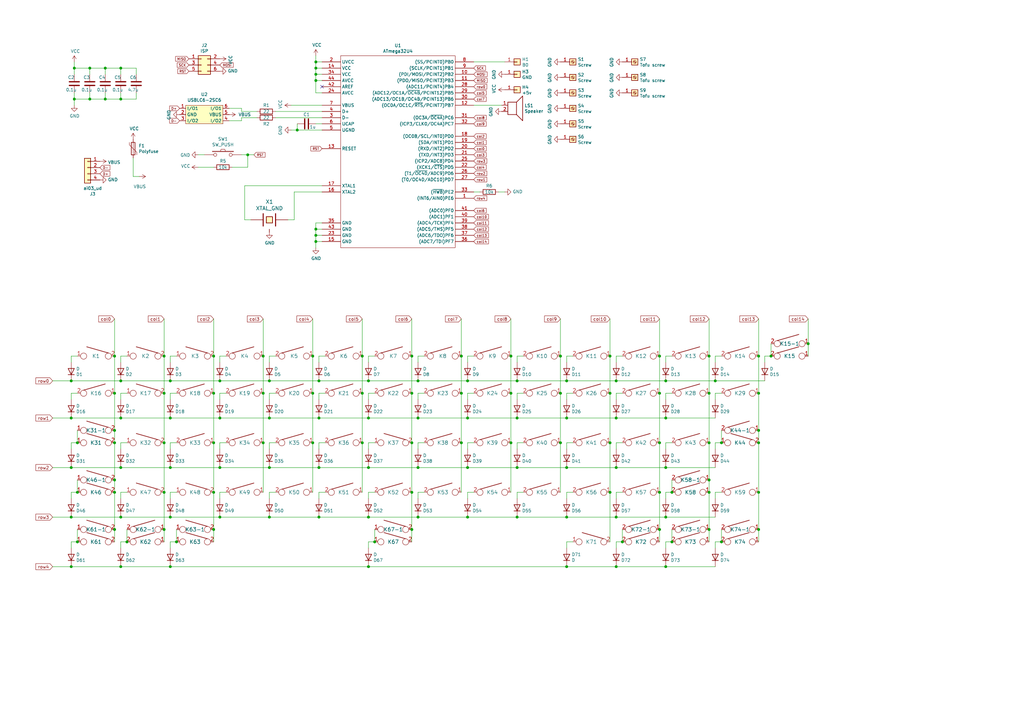
<source format=kicad_sch>
(kicad_sch (version 20200828) (generator eeschema)
  (page 1 1)
  (paper "A3")
  (junction (at 29.21 156.21) (diameter 1.016))
  (junction (at 29.21 171.45) (diameter 1.016))
  (junction (at 29.21 191.77) (diameter 1.016))
  (junction (at 29.21 212.09) (diameter 1.016))
  (junction (at 29.21 232.41) (diameter 1.016))
  (junction (at 30.48 27.94) (diameter 1.016))
  (junction (at 30.48 40.64) (diameter 1.016))
  (junction (at 31.75 181.61) (diameter 1.016))
  (junction (at 31.75 201.93) (diameter 1.016))
  (junction (at 31.75 222.25) (diameter 1.016))
  (junction (at 36.83 27.94) (diameter 1.016))
  (junction (at 36.83 40.64) (diameter 1.016))
  (junction (at 43.18 27.94) (diameter 1.016))
  (junction (at 43.18 40.64) (diameter 1.016))
  (junction (at 46.99 146.05) (diameter 1.016))
  (junction (at 46.99 161.29) (diameter 1.016))
  (junction (at 46.99 176.53) (diameter 1.016))
  (junction (at 46.99 181.61) (diameter 1.016))
  (junction (at 46.99 196.85) (diameter 1.016))
  (junction (at 46.99 201.93) (diameter 1.016))
  (junction (at 46.99 217.17) (diameter 1.016))
  (junction (at 49.53 27.94) (diameter 1.016))
  (junction (at 49.53 40.64) (diameter 1.016))
  (junction (at 49.53 156.21) (diameter 1.016))
  (junction (at 49.53 171.45) (diameter 1.016))
  (junction (at 49.53 191.77) (diameter 1.016))
  (junction (at 49.53 212.09) (diameter 1.016))
  (junction (at 49.53 232.41) (diameter 1.016))
  (junction (at 52.07 222.25) (diameter 1.016))
  (junction (at 67.31 146.05) (diameter 1.016))
  (junction (at 67.31 161.29) (diameter 1.016))
  (junction (at 67.31 181.61) (diameter 1.016))
  (junction (at 67.31 201.93) (diameter 1.016))
  (junction (at 67.31 217.17) (diameter 1.016))
  (junction (at 69.85 156.21) (diameter 1.016))
  (junction (at 69.85 171.45) (diameter 1.016))
  (junction (at 69.85 191.77) (diameter 1.016))
  (junction (at 69.85 212.09) (diameter 1.016))
  (junction (at 69.85 232.41) (diameter 1.016))
  (junction (at 72.39 222.25) (diameter 1.016))
  (junction (at 87.63 146.05) (diameter 1.016))
  (junction (at 87.63 161.29) (diameter 1.016))
  (junction (at 87.63 181.61) (diameter 1.016))
  (junction (at 87.63 201.93) (diameter 1.016))
  (junction (at 87.63 217.17) (diameter 1.016))
  (junction (at 90.17 156.21) (diameter 1.016))
  (junction (at 90.17 171.45) (diameter 1.016))
  (junction (at 90.17 191.77) (diameter 1.016))
  (junction (at 90.17 212.09) (diameter 1.016))
  (junction (at 101.6 63.5) (diameter 1.016))
  (junction (at 107.95 146.05) (diameter 1.016))
  (junction (at 107.95 161.29) (diameter 1.016))
  (junction (at 107.95 181.61) (diameter 1.016))
  (junction (at 110.49 156.21) (diameter 1.016))
  (junction (at 110.49 171.45) (diameter 1.016))
  (junction (at 110.49 191.77) (diameter 1.016))
  (junction (at 110.49 212.09) (diameter 1.016))
  (junction (at 121.92 53.34) (diameter 1.016))
  (junction (at 128.27 146.05) (diameter 1.016))
  (junction (at 128.27 161.29) (diameter 1.016))
  (junction (at 128.27 181.61) (diameter 1.016))
  (junction (at 129.54 25.4) (diameter 1.016))
  (junction (at 129.54 27.94) (diameter 1.016))
  (junction (at 129.54 30.48) (diameter 1.016))
  (junction (at 129.54 33.02) (diameter 1.016))
  (junction (at 129.54 93.98) (diameter 1.016))
  (junction (at 129.54 96.52) (diameter 1.016))
  (junction (at 129.54 99.06) (diameter 1.016))
  (junction (at 130.81 156.21) (diameter 1.016))
  (junction (at 130.81 171.45) (diameter 1.016))
  (junction (at 130.81 191.77) (diameter 1.016))
  (junction (at 130.81 212.09) (diameter 1.016))
  (junction (at 148.59 146.05) (diameter 1.016))
  (junction (at 148.59 161.29) (diameter 1.016))
  (junction (at 148.59 181.61) (diameter 1.016))
  (junction (at 151.13 156.21) (diameter 1.016))
  (junction (at 151.13 171.45) (diameter 1.016))
  (junction (at 151.13 191.77) (diameter 1.016))
  (junction (at 151.13 212.09) (diameter 1.016))
  (junction (at 151.13 232.41) (diameter 1.016))
  (junction (at 153.67 222.25) (diameter 1.016))
  (junction (at 168.91 146.05) (diameter 1.016))
  (junction (at 168.91 161.29) (diameter 1.016))
  (junction (at 168.91 181.61) (diameter 1.016))
  (junction (at 168.91 201.93) (diameter 1.016))
  (junction (at 168.91 217.17) (diameter 1.016))
  (junction (at 171.45 156.21) (diameter 1.016))
  (junction (at 171.45 171.45) (diameter 1.016))
  (junction (at 171.45 191.77) (diameter 1.016))
  (junction (at 171.45 212.09) (diameter 1.016))
  (junction (at 189.23 146.05) (diameter 1.016))
  (junction (at 189.23 161.29) (diameter 1.016))
  (junction (at 189.23 181.61) (diameter 1.016))
  (junction (at 191.77 156.21) (diameter 1.016))
  (junction (at 191.77 171.45) (diameter 1.016))
  (junction (at 191.77 191.77) (diameter 1.016))
  (junction (at 191.77 212.09) (diameter 1.016))
  (junction (at 209.55 146.05) (diameter 1.016))
  (junction (at 209.55 161.29) (diameter 1.016))
  (junction (at 209.55 181.61) (diameter 1.016))
  (junction (at 212.09 156.21) (diameter 1.016))
  (junction (at 212.09 171.45) (diameter 1.016))
  (junction (at 212.09 191.77) (diameter 1.016))
  (junction (at 212.09 212.09) (diameter 1.016))
  (junction (at 229.87 146.05) (diameter 1.016))
  (junction (at 229.87 161.29) (diameter 1.016))
  (junction (at 229.87 181.61) (diameter 1.016))
  (junction (at 232.41 156.21) (diameter 1.016))
  (junction (at 232.41 171.45) (diameter 1.016))
  (junction (at 232.41 191.77) (diameter 1.016))
  (junction (at 232.41 212.09) (diameter 1.016))
  (junction (at 232.41 232.41) (diameter 1.016))
  (junction (at 250.19 146.05) (diameter 1.016))
  (junction (at 250.19 161.29) (diameter 1.016))
  (junction (at 250.19 181.61) (diameter 1.016))
  (junction (at 250.19 201.93) (diameter 1.016))
  (junction (at 252.73 156.21) (diameter 1.016))
  (junction (at 252.73 171.45) (diameter 1.016))
  (junction (at 252.73 191.77) (diameter 1.016))
  (junction (at 252.73 212.09) (diameter 1.016))
  (junction (at 252.73 232.41) (diameter 1.016))
  (junction (at 255.27 222.25) (diameter 1.016))
  (junction (at 270.51 146.05) (diameter 1.016))
  (junction (at 270.51 161.29) (diameter 1.016))
  (junction (at 270.51 181.61) (diameter 1.016))
  (junction (at 270.51 201.93) (diameter 1.016))
  (junction (at 270.51 217.17) (diameter 1.016))
  (junction (at 273.05 156.21) (diameter 1.016))
  (junction (at 273.05 171.45) (diameter 1.016))
  (junction (at 273.05 191.77) (diameter 1.016))
  (junction (at 273.05 212.09) (diameter 1.016))
  (junction (at 273.05 232.41) (diameter 1.016))
  (junction (at 275.59 201.93) (diameter 1.016))
  (junction (at 275.59 222.25) (diameter 1.016))
  (junction (at 290.83 146.05) (diameter 1.016))
  (junction (at 290.83 161.29) (diameter 1.016))
  (junction (at 290.83 181.61) (diameter 1.016))
  (junction (at 290.83 196.85) (diameter 1.016))
  (junction (at 290.83 201.93) (diameter 1.016))
  (junction (at 290.83 217.17) (diameter 1.016))
  (junction (at 293.37 156.21) (diameter 1.016))
  (junction (at 295.91 181.61) (diameter 1.016))
  (junction (at 295.91 222.25) (diameter 1.016))
  (junction (at 311.15 146.05) (diameter 1.016))
  (junction (at 311.15 161.29) (diameter 1.016))
  (junction (at 311.15 176.53) (diameter 1.016))
  (junction (at 311.15 181.61) (diameter 1.016))
  (junction (at 311.15 201.93) (diameter 1.016))
  (junction (at 311.15 217.17) (diameter 1.016))
  (junction (at 316.23 146.05) (diameter 1.016))
  (junction (at 331.47 140.97) (diameter 1.016))
  (no_connect (at 132.08 35.56))
  (wire (pts (xy 21.59 156.21) (xy 29.21 156.21)))
  (wire (pts (xy 21.59 171.45) (xy 29.21 171.45)))
  (wire (pts (xy 21.59 212.09) (xy 29.21 212.09)))
  (wire (pts (xy 29.21 146.05) (xy 31.75 146.05)))
  (wire (pts (xy 29.21 148.59) (xy 29.21 146.05)))
  (wire (pts (xy 29.21 156.21) (xy 49.53 156.21)))
  (wire (pts (xy 29.21 161.29) (xy 31.75 161.29)))
  (wire (pts (xy 29.21 163.83) (xy 29.21 161.29)))
  (wire (pts (xy 29.21 171.45) (xy 49.53 171.45)))
  (wire (pts (xy 29.21 181.61) (xy 31.75 181.61)))
  (wire (pts (xy 29.21 184.15) (xy 29.21 181.61)))
  (wire (pts (xy 29.21 191.77) (xy 21.59 191.77)))
  (wire (pts (xy 29.21 201.93) (xy 31.75 201.93)))
  (wire (pts (xy 29.21 204.47) (xy 29.21 201.93)))
  (wire (pts (xy 29.21 212.09) (xy 49.53 212.09)))
  (wire (pts (xy 29.21 222.25) (xy 31.75 222.25)))
  (wire (pts (xy 29.21 224.79) (xy 29.21 222.25)))
  (wire (pts (xy 29.21 232.41) (xy 21.59 232.41)))
  (wire (pts (xy 30.48 25.4) (xy 30.48 27.94)))
  (wire (pts (xy 30.48 27.94) (xy 30.48 30.48)))
  (wire (pts (xy 30.48 27.94) (xy 36.83 27.94)))
  (wire (pts (xy 30.48 38.1) (xy 30.48 40.64)))
  (wire (pts (xy 30.48 40.64) (xy 30.48 43.18)))
  (wire (pts (xy 30.48 40.64) (xy 36.83 40.64)))
  (wire (pts (xy 31.75 176.53) (xy 31.75 181.61)))
  (wire (pts (xy 31.75 196.85) (xy 31.75 201.93)))
  (wire (pts (xy 31.75 217.17) (xy 31.75 222.25)))
  (wire (pts (xy 36.83 27.94) (xy 43.18 27.94)))
  (wire (pts (xy 36.83 30.48) (xy 36.83 27.94)))
  (wire (pts (xy 36.83 40.64) (xy 36.83 38.1)))
  (wire (pts (xy 36.83 40.64) (xy 43.18 40.64)))
  (wire (pts (xy 43.18 27.94) (xy 49.53 27.94)))
  (wire (pts (xy 43.18 30.48) (xy 43.18 27.94)))
  (wire (pts (xy 43.18 40.64) (xy 43.18 38.1)))
  (wire (pts (xy 43.18 40.64) (xy 49.53 40.64)))
  (wire (pts (xy 46.99 130.81) (xy 46.99 146.05)))
  (wire (pts (xy 46.99 146.05) (xy 46.99 161.29)))
  (wire (pts (xy 46.99 161.29) (xy 46.99 176.53)))
  (wire (pts (xy 46.99 176.53) (xy 46.99 181.61)))
  (wire (pts (xy 46.99 181.61) (xy 46.99 196.85)))
  (wire (pts (xy 46.99 196.85) (xy 46.99 201.93)))
  (wire (pts (xy 46.99 201.93) (xy 46.99 217.17)))
  (wire (pts (xy 46.99 217.17) (xy 46.99 222.25)))
  (wire (pts (xy 49.53 27.94) (xy 55.88 27.94)))
  (wire (pts (xy 49.53 30.48) (xy 49.53 27.94)))
  (wire (pts (xy 49.53 40.64) (xy 49.53 38.1)))
  (wire (pts (xy 49.53 40.64) (xy 55.88 40.64)))
  (wire (pts (xy 49.53 146.05) (xy 52.07 146.05)))
  (wire (pts (xy 49.53 148.59) (xy 49.53 146.05)))
  (wire (pts (xy 49.53 156.21) (xy 69.85 156.21)))
  (wire (pts (xy 49.53 161.29) (xy 52.07 161.29)))
  (wire (pts (xy 49.53 163.83) (xy 49.53 161.29)))
  (wire (pts (xy 49.53 171.45) (xy 69.85 171.45)))
  (wire (pts (xy 49.53 181.61) (xy 52.07 181.61)))
  (wire (pts (xy 49.53 184.15) (xy 49.53 181.61)))
  (wire (pts (xy 49.53 191.77) (xy 29.21 191.77)))
  (wire (pts (xy 49.53 201.93) (xy 52.07 201.93)))
  (wire (pts (xy 49.53 204.47) (xy 49.53 201.93)))
  (wire (pts (xy 49.53 212.09) (xy 69.85 212.09)))
  (wire (pts (xy 49.53 222.25) (xy 52.07 222.25)))
  (wire (pts (xy 49.53 224.79) (xy 49.53 222.25)))
  (wire (pts (xy 49.53 232.41) (xy 29.21 232.41)))
  (wire (pts (xy 52.07 222.25) (xy 52.07 217.17)))
  (wire (pts (xy 54.61 72.39) (xy 54.61 64.77)))
  (wire (pts (xy 54.61 72.39) (xy 57.15 72.39)))
  (wire (pts (xy 55.88 27.94) (xy 55.88 30.48)))
  (wire (pts (xy 55.88 40.64) (xy 55.88 38.1)))
  (wire (pts (xy 67.31 146.05) (xy 67.31 130.81)))
  (wire (pts (xy 67.31 161.29) (xy 67.31 146.05)))
  (wire (pts (xy 67.31 181.61) (xy 67.31 161.29)))
  (wire (pts (xy 67.31 201.93) (xy 67.31 181.61)))
  (wire (pts (xy 67.31 217.17) (xy 67.31 201.93)))
  (wire (pts (xy 67.31 222.25) (xy 67.31 217.17)))
  (wire (pts (xy 69.85 146.05) (xy 72.39 146.05)))
  (wire (pts (xy 69.85 148.59) (xy 69.85 146.05)))
  (wire (pts (xy 69.85 156.21) (xy 90.17 156.21)))
  (wire (pts (xy 69.85 161.29) (xy 72.39 161.29)))
  (wire (pts (xy 69.85 163.83) (xy 69.85 161.29)))
  (wire (pts (xy 69.85 171.45) (xy 90.17 171.45)))
  (wire (pts (xy 69.85 181.61) (xy 72.39 181.61)))
  (wire (pts (xy 69.85 184.15) (xy 69.85 181.61)))
  (wire (pts (xy 69.85 191.77) (xy 49.53 191.77)))
  (wire (pts (xy 69.85 201.93) (xy 72.39 201.93)))
  (wire (pts (xy 69.85 204.47) (xy 69.85 201.93)))
  (wire (pts (xy 69.85 212.09) (xy 90.17 212.09)))
  (wire (pts (xy 69.85 222.25) (xy 72.39 222.25)))
  (wire (pts (xy 69.85 224.79) (xy 69.85 222.25)))
  (wire (pts (xy 69.85 232.41) (xy 49.53 232.41)))
  (wire (pts (xy 72.39 222.25) (xy 72.39 217.17)))
  (wire (pts (xy 81.28 63.5) (xy 83.82 63.5)))
  (wire (pts (xy 81.28 68.58) (xy 87.63 68.58)))
  (wire (pts (xy 87.63 130.81) (xy 87.63 146.05)))
  (wire (pts (xy 87.63 146.05) (xy 87.63 161.29)))
  (wire (pts (xy 87.63 161.29) (xy 87.63 181.61)))
  (wire (pts (xy 87.63 181.61) (xy 87.63 201.93)))
  (wire (pts (xy 87.63 201.93) (xy 87.63 217.17)))
  (wire (pts (xy 87.63 217.17) (xy 87.63 222.25)))
  (wire (pts (xy 90.17 146.05) (xy 92.71 146.05)))
  (wire (pts (xy 90.17 148.59) (xy 90.17 146.05)))
  (wire (pts (xy 90.17 156.21) (xy 110.49 156.21)))
  (wire (pts (xy 90.17 161.29) (xy 92.71 161.29)))
  (wire (pts (xy 90.17 163.83) (xy 90.17 161.29)))
  (wire (pts (xy 90.17 171.45) (xy 110.49 171.45)))
  (wire (pts (xy 90.17 181.61) (xy 92.71 181.61)))
  (wire (pts (xy 90.17 184.15) (xy 90.17 181.61)))
  (wire (pts (xy 90.17 191.77) (xy 69.85 191.77)))
  (wire (pts (xy 90.17 201.93) (xy 92.71 201.93)))
  (wire (pts (xy 90.17 204.47) (xy 90.17 201.93)))
  (wire (pts (xy 90.17 212.09) (xy 110.49 212.09)))
  (wire (pts (xy 93.98 44.45) (xy 99.06 44.45)))
  (wire (pts (xy 93.98 49.53) (xy 99.06 49.53)))
  (wire (pts (xy 99.06 44.45) (xy 99.06 45.72)))
  (wire (pts (xy 99.06 45.72) (xy 105.41 45.72)))
  (wire (pts (xy 99.06 48.26) (xy 105.41 48.26)))
  (wire (pts (xy 99.06 49.53) (xy 99.06 48.26)))
  (wire (pts (xy 99.06 63.5) (xy 101.6 63.5)))
  (wire (pts (xy 100.33 76.2) (xy 132.08 76.2)))
  (wire (pts (xy 100.33 90.17) (xy 100.33 76.2)))
  (wire (pts (xy 100.33 90.17) (xy 102.87 90.17)))
  (wire (pts (xy 101.6 63.5) (xy 101.6 68.58)))
  (wire (pts (xy 101.6 68.58) (xy 95.25 68.58)))
  (wire (pts (xy 104.14 63.5) (xy 101.6 63.5)))
  (wire (pts (xy 107.95 130.81) (xy 107.95 146.05)))
  (wire (pts (xy 107.95 146.05) (xy 107.95 161.29)))
  (wire (pts (xy 107.95 161.29) (xy 107.95 181.61)))
  (wire (pts (xy 107.95 181.61) (xy 107.95 201.93)))
  (wire (pts (xy 110.49 146.05) (xy 113.03 146.05)))
  (wire (pts (xy 110.49 148.59) (xy 110.49 146.05)))
  (wire (pts (xy 110.49 156.21) (xy 130.81 156.21)))
  (wire (pts (xy 110.49 161.29) (xy 113.03 161.29)))
  (wire (pts (xy 110.49 163.83) (xy 110.49 161.29)))
  (wire (pts (xy 110.49 171.45) (xy 130.81 171.45)))
  (wire (pts (xy 110.49 181.61) (xy 113.03 181.61)))
  (wire (pts (xy 110.49 184.15) (xy 110.49 181.61)))
  (wire (pts (xy 110.49 191.77) (xy 90.17 191.77)))
  (wire (pts (xy 110.49 201.93) (xy 113.03 201.93)))
  (wire (pts (xy 110.49 204.47) (xy 110.49 201.93)))
  (wire (pts (xy 110.49 212.09) (xy 130.81 212.09)))
  (wire (pts (xy 113.03 45.72) (xy 132.08 45.72)))
  (wire (pts (xy 113.03 48.26) (xy 132.08 48.26)))
  (wire (pts (xy 119.38 53.34) (xy 121.92 53.34)))
  (wire (pts (xy 120.65 78.74) (xy 120.65 90.17)))
  (wire (pts (xy 120.65 90.17) (xy 118.11 90.17)))
  (wire (pts (xy 121.92 50.8) (xy 121.92 53.34)))
  (wire (pts (xy 121.92 53.34) (xy 132.08 53.34)))
  (wire (pts (xy 128.27 146.05) (xy 128.27 130.81)))
  (wire (pts (xy 128.27 161.29) (xy 128.27 146.05)))
  (wire (pts (xy 128.27 181.61) (xy 128.27 161.29)))
  (wire (pts (xy 128.27 201.93) (xy 128.27 181.61)))
  (wire (pts (xy 129.54 22.86) (xy 129.54 25.4)))
  (wire (pts (xy 129.54 25.4) (xy 129.54 27.94)))
  (wire (pts (xy 129.54 27.94) (xy 129.54 30.48)))
  (wire (pts (xy 129.54 30.48) (xy 129.54 33.02)))
  (wire (pts (xy 129.54 33.02) (xy 129.54 38.1)))
  (wire (pts (xy 129.54 38.1) (xy 132.08 38.1)))
  (wire (pts (xy 129.54 91.44) (xy 129.54 93.98)))
  (wire (pts (xy 129.54 93.98) (xy 129.54 96.52)))
  (wire (pts (xy 129.54 96.52) (xy 129.54 99.06)))
  (wire (pts (xy 129.54 99.06) (xy 132.08 99.06)))
  (wire (pts (xy 129.54 101.6) (xy 129.54 99.06)))
  (wire (pts (xy 130.81 146.05) (xy 133.35 146.05)))
  (wire (pts (xy 130.81 148.59) (xy 130.81 146.05)))
  (wire (pts (xy 130.81 156.21) (xy 151.13 156.21)))
  (wire (pts (xy 130.81 161.29) (xy 133.35 161.29)))
  (wire (pts (xy 130.81 163.83) (xy 130.81 161.29)))
  (wire (pts (xy 130.81 171.45) (xy 151.13 171.45)))
  (wire (pts (xy 130.81 181.61) (xy 133.35 181.61)))
  (wire (pts (xy 130.81 184.15) (xy 130.81 181.61)))
  (wire (pts (xy 130.81 191.77) (xy 110.49 191.77)))
  (wire (pts (xy 130.81 201.93) (xy 133.35 201.93)))
  (wire (pts (xy 130.81 204.47) (xy 130.81 201.93)))
  (wire (pts (xy 130.81 212.09) (xy 151.13 212.09)))
  (wire (pts (xy 132.08 25.4) (xy 129.54 25.4)))
  (wire (pts (xy 132.08 27.94) (xy 129.54 27.94)))
  (wire (pts (xy 132.08 30.48) (xy 129.54 30.48)))
  (wire (pts (xy 132.08 33.02) (xy 129.54 33.02)))
  (wire (pts (xy 132.08 43.18) (xy 119.38 43.18)))
  (wire (pts (xy 132.08 50.8) (xy 129.54 50.8)))
  (wire (pts (xy 132.08 78.74) (xy 120.65 78.74)))
  (wire (pts (xy 132.08 91.44) (xy 129.54 91.44)))
  (wire (pts (xy 132.08 93.98) (xy 129.54 93.98)))
  (wire (pts (xy 132.08 96.52) (xy 129.54 96.52)))
  (wire (pts (xy 148.59 130.81) (xy 148.59 146.05)))
  (wire (pts (xy 148.59 146.05) (xy 148.59 161.29)))
  (wire (pts (xy 148.59 161.29) (xy 148.59 181.61)))
  (wire (pts (xy 148.59 181.61) (xy 148.59 201.93)))
  (wire (pts (xy 151.13 146.05) (xy 153.67 146.05)))
  (wire (pts (xy 151.13 148.59) (xy 151.13 146.05)))
  (wire (pts (xy 151.13 156.21) (xy 171.45 156.21)))
  (wire (pts (xy 151.13 161.29) (xy 153.67 161.29)))
  (wire (pts (xy 151.13 163.83) (xy 151.13 161.29)))
  (wire (pts (xy 151.13 171.45) (xy 171.45 171.45)))
  (wire (pts (xy 151.13 181.61) (xy 153.67 181.61)))
  (wire (pts (xy 151.13 184.15) (xy 151.13 181.61)))
  (wire (pts (xy 151.13 191.77) (xy 130.81 191.77)))
  (wire (pts (xy 151.13 201.93) (xy 153.67 201.93)))
  (wire (pts (xy 151.13 204.47) (xy 151.13 201.93)))
  (wire (pts (xy 151.13 212.09) (xy 171.45 212.09)))
  (wire (pts (xy 151.13 222.25) (xy 153.67 222.25)))
  (wire (pts (xy 151.13 224.79) (xy 151.13 222.25)))
  (wire (pts (xy 151.13 232.41) (xy 69.85 232.41)))
  (wire (pts (xy 151.13 232.41) (xy 232.41 232.41)))
  (wire (pts (xy 153.67 217.17) (xy 153.67 222.25)))
  (wire (pts (xy 168.91 146.05) (xy 168.91 130.81)))
  (wire (pts (xy 168.91 161.29) (xy 168.91 146.05)))
  (wire (pts (xy 168.91 181.61) (xy 168.91 161.29)))
  (wire (pts (xy 168.91 201.93) (xy 168.91 181.61)))
  (wire (pts (xy 168.91 217.17) (xy 168.91 201.93)))
  (wire (pts (xy 168.91 222.25) (xy 168.91 217.17)))
  (wire (pts (xy 171.45 146.05) (xy 173.99 146.05)))
  (wire (pts (xy 171.45 148.59) (xy 171.45 146.05)))
  (wire (pts (xy 171.45 156.21) (xy 191.77 156.21)))
  (wire (pts (xy 171.45 161.29) (xy 173.99 161.29)))
  (wire (pts (xy 171.45 163.83) (xy 171.45 161.29)))
  (wire (pts (xy 171.45 171.45) (xy 191.77 171.45)))
  (wire (pts (xy 171.45 181.61) (xy 173.99 181.61)))
  (wire (pts (xy 171.45 184.15) (xy 171.45 181.61)))
  (wire (pts (xy 171.45 191.77) (xy 151.13 191.77)))
  (wire (pts (xy 171.45 201.93) (xy 173.99 201.93)))
  (wire (pts (xy 171.45 204.47) (xy 171.45 201.93)))
  (wire (pts (xy 171.45 212.09) (xy 191.77 212.09)))
  (wire (pts (xy 189.23 130.81) (xy 189.23 146.05)))
  (wire (pts (xy 189.23 146.05) (xy 189.23 161.29)))
  (wire (pts (xy 189.23 161.29) (xy 189.23 181.61)))
  (wire (pts (xy 189.23 181.61) (xy 189.23 201.93)))
  (wire (pts (xy 191.77 146.05) (xy 194.31 146.05)))
  (wire (pts (xy 191.77 148.59) (xy 191.77 146.05)))
  (wire (pts (xy 191.77 156.21) (xy 212.09 156.21)))
  (wire (pts (xy 191.77 161.29) (xy 194.31 161.29)))
  (wire (pts (xy 191.77 163.83) (xy 191.77 161.29)))
  (wire (pts (xy 191.77 171.45) (xy 212.09 171.45)))
  (wire (pts (xy 191.77 181.61) (xy 194.31 181.61)))
  (wire (pts (xy 191.77 184.15) (xy 191.77 181.61)))
  (wire (pts (xy 191.77 191.77) (xy 171.45 191.77)))
  (wire (pts (xy 191.77 201.93) (xy 194.31 201.93)))
  (wire (pts (xy 191.77 204.47) (xy 191.77 201.93)))
  (wire (pts (xy 191.77 212.09) (xy 212.09 212.09)))
  (wire (pts (xy 194.31 25.4) (xy 207.01 25.4)))
  (wire (pts (xy 194.31 43.18) (xy 205.74 43.18)))
  (wire (pts (xy 196.85 78.74) (xy 194.31 78.74)))
  (wire (pts (xy 207.01 78.74) (xy 204.47 78.74)))
  (wire (pts (xy 209.55 146.05) (xy 209.55 130.81)))
  (wire (pts (xy 209.55 161.29) (xy 209.55 146.05)))
  (wire (pts (xy 209.55 181.61) (xy 209.55 161.29)))
  (wire (pts (xy 209.55 201.93) (xy 209.55 181.61)))
  (wire (pts (xy 212.09 146.05) (xy 214.63 146.05)))
  (wire (pts (xy 212.09 148.59) (xy 212.09 146.05)))
  (wire (pts (xy 212.09 156.21) (xy 232.41 156.21)))
  (wire (pts (xy 212.09 161.29) (xy 214.63 161.29)))
  (wire (pts (xy 212.09 163.83) (xy 212.09 161.29)))
  (wire (pts (xy 212.09 171.45) (xy 232.41 171.45)))
  (wire (pts (xy 212.09 181.61) (xy 214.63 181.61)))
  (wire (pts (xy 212.09 184.15) (xy 212.09 181.61)))
  (wire (pts (xy 212.09 191.77) (xy 191.77 191.77)))
  (wire (pts (xy 212.09 201.93) (xy 214.63 201.93)))
  (wire (pts (xy 212.09 204.47) (xy 212.09 201.93)))
  (wire (pts (xy 212.09 212.09) (xy 232.41 212.09)))
  (wire (pts (xy 229.87 130.81) (xy 229.87 146.05)))
  (wire (pts (xy 229.87 146.05) (xy 229.87 161.29)))
  (wire (pts (xy 229.87 161.29) (xy 229.87 181.61)))
  (wire (pts (xy 229.87 181.61) (xy 229.87 201.93)))
  (wire (pts (xy 232.41 146.05) (xy 234.95 146.05)))
  (wire (pts (xy 232.41 148.59) (xy 232.41 146.05)))
  (wire (pts (xy 232.41 156.21) (xy 252.73 156.21)))
  (wire (pts (xy 232.41 161.29) (xy 234.95 161.29)))
  (wire (pts (xy 232.41 163.83) (xy 232.41 161.29)))
  (wire (pts (xy 232.41 171.45) (xy 252.73 171.45)))
  (wire (pts (xy 232.41 181.61) (xy 234.95 181.61)))
  (wire (pts (xy 232.41 184.15) (xy 232.41 181.61)))
  (wire (pts (xy 232.41 191.77) (xy 212.09 191.77)))
  (wire (pts (xy 232.41 201.93) (xy 234.95 201.93)))
  (wire (pts (xy 232.41 204.47) (xy 232.41 201.93)))
  (wire (pts (xy 232.41 212.09) (xy 252.73 212.09)))
  (wire (pts (xy 232.41 222.25) (xy 234.95 222.25)))
  (wire (pts (xy 232.41 224.79) (xy 232.41 222.25)))
  (wire (pts (xy 250.19 146.05) (xy 250.19 130.81)))
  (wire (pts (xy 250.19 161.29) (xy 250.19 146.05)))
  (wire (pts (xy 250.19 181.61) (xy 250.19 161.29)))
  (wire (pts (xy 250.19 201.93) (xy 250.19 181.61)))
  (wire (pts (xy 250.19 222.25) (xy 250.19 201.93)))
  (wire (pts (xy 252.73 146.05) (xy 255.27 146.05)))
  (wire (pts (xy 252.73 148.59) (xy 252.73 146.05)))
  (wire (pts (xy 252.73 156.21) (xy 273.05 156.21)))
  (wire (pts (xy 252.73 161.29) (xy 255.27 161.29)))
  (wire (pts (xy 252.73 163.83) (xy 252.73 161.29)))
  (wire (pts (xy 252.73 171.45) (xy 273.05 171.45)))
  (wire (pts (xy 252.73 181.61) (xy 255.27 181.61)))
  (wire (pts (xy 252.73 184.15) (xy 252.73 181.61)))
  (wire (pts (xy 252.73 191.77) (xy 232.41 191.77)))
  (wire (pts (xy 252.73 201.93) (xy 255.27 201.93)))
  (wire (pts (xy 252.73 204.47) (xy 252.73 201.93)))
  (wire (pts (xy 252.73 212.09) (xy 273.05 212.09)))
  (wire (pts (xy 252.73 222.25) (xy 255.27 222.25)))
  (wire (pts (xy 252.73 224.79) (xy 252.73 222.25)))
  (wire (pts (xy 252.73 232.41) (xy 232.41 232.41)))
  (wire (pts (xy 255.27 222.25) (xy 255.27 217.17)))
  (wire (pts (xy 270.51 130.81) (xy 270.51 146.05)))
  (wire (pts (xy 270.51 146.05) (xy 270.51 161.29)))
  (wire (pts (xy 270.51 161.29) (xy 270.51 181.61)))
  (wire (pts (xy 270.51 181.61) (xy 270.51 201.93)))
  (wire (pts (xy 270.51 201.93) (xy 270.51 217.17)))
  (wire (pts (xy 270.51 217.17) (xy 270.51 222.25)))
  (wire (pts (xy 273.05 146.05) (xy 275.59 146.05)))
  (wire (pts (xy 273.05 148.59) (xy 273.05 146.05)))
  (wire (pts (xy 273.05 156.21) (xy 293.37 156.21)))
  (wire (pts (xy 273.05 161.29) (xy 275.59 161.29)))
  (wire (pts (xy 273.05 163.83) (xy 273.05 161.29)))
  (wire (pts (xy 273.05 171.45) (xy 293.37 171.45)))
  (wire (pts (xy 273.05 181.61) (xy 275.59 181.61)))
  (wire (pts (xy 273.05 184.15) (xy 273.05 181.61)))
  (wire (pts (xy 273.05 191.77) (xy 252.73 191.77)))
  (wire (pts (xy 273.05 201.93) (xy 275.59 201.93)))
  (wire (pts (xy 273.05 204.47) (xy 273.05 201.93)))
  (wire (pts (xy 273.05 212.09) (xy 293.37 212.09)))
  (wire (pts (xy 273.05 222.25) (xy 275.59 222.25)))
  (wire (pts (xy 273.05 224.79) (xy 273.05 222.25)))
  (wire (pts (xy 273.05 232.41) (xy 252.73 232.41)))
  (wire (pts (xy 275.59 196.85) (xy 275.59 201.93)))
  (wire (pts (xy 275.59 222.25) (xy 275.59 217.17)))
  (wire (pts (xy 290.83 146.05) (xy 290.83 130.81)))
  (wire (pts (xy 290.83 161.29) (xy 290.83 146.05)))
  (wire (pts (xy 290.83 181.61) (xy 290.83 161.29)))
  (wire (pts (xy 290.83 196.85) (xy 290.83 181.61)))
  (wire (pts (xy 290.83 201.93) (xy 290.83 196.85)))
  (wire (pts (xy 290.83 217.17) (xy 290.83 201.93)))
  (wire (pts (xy 290.83 222.25) (xy 290.83 217.17)))
  (wire (pts (xy 293.37 146.05) (xy 295.91 146.05)))
  (wire (pts (xy 293.37 148.59) (xy 293.37 146.05)))
  (wire (pts (xy 293.37 156.21) (xy 313.69 156.21)))
  (wire (pts (xy 293.37 161.29) (xy 295.91 161.29)))
  (wire (pts (xy 293.37 163.83) (xy 293.37 161.29)))
  (wire (pts (xy 293.37 181.61) (xy 295.91 181.61)))
  (wire (pts (xy 293.37 184.15) (xy 293.37 181.61)))
  (wire (pts (xy 293.37 191.77) (xy 273.05 191.77)))
  (wire (pts (xy 293.37 201.93) (xy 295.91 201.93)))
  (wire (pts (xy 293.37 204.47) (xy 293.37 201.93)))
  (wire (pts (xy 293.37 222.25) (xy 295.91 222.25)))
  (wire (pts (xy 293.37 224.79) (xy 293.37 222.25)))
  (wire (pts (xy 293.37 232.41) (xy 273.05 232.41)))
  (wire (pts (xy 295.91 176.53) (xy 295.91 181.61)))
  (wire (pts (xy 295.91 222.25) (xy 295.91 217.17)))
  (wire (pts (xy 311.15 130.81) (xy 311.15 146.05)))
  (wire (pts (xy 311.15 146.05) (xy 311.15 161.29)))
  (wire (pts (xy 311.15 161.29) (xy 311.15 176.53)))
  (wire (pts (xy 311.15 176.53) (xy 311.15 181.61)))
  (wire (pts (xy 311.15 181.61) (xy 311.15 201.93)))
  (wire (pts (xy 311.15 201.93) (xy 311.15 217.17)))
  (wire (pts (xy 311.15 217.17) (xy 311.15 222.25)))
  (wire (pts (xy 313.69 146.05) (xy 316.23 146.05)))
  (wire (pts (xy 313.69 148.59) (xy 313.69 146.05)))
  (wire (pts (xy 316.23 140.97) (xy 316.23 146.05)))
  (wire (pts (xy 331.47 140.97) (xy 331.47 130.81)))
  (wire (pts (xy 331.47 146.05) (xy 331.47 140.97)))
  (global_label "row0" (shape input) (at 21.59 156.21 180))
  (global_label "row1" (shape input) (at 21.59 171.45 180))
  (global_label "row2" (shape input) (at 21.59 191.77 180))
  (global_label "row3" (shape input) (at 21.59 212.09 180))
  (global_label "row4" (shape input) (at 21.59 232.41 180))
  (global_label "D-" (shape input) (at 40.9956 68.7324 0) (effects (font (size 0.9906 0.9906))))
  (global_label "D+" (shape input) (at 40.9956 71.2724 0) (effects (font (size 0.9906 0.9906))))
  (global_label "col0" (shape input) (at 46.99 130.81 180))
  (global_label "col1" (shape input) (at 67.31 130.81 180))
  (global_label "D+" (shape input) (at 73.66 44.45 180) (effects (font (size 0.9906 0.9906))))
  (global_label "D-" (shape input) (at 73.66 49.53 180) (effects (font (size 0.9906 0.9906))))
  (global_label "MISO" (shape input) (at 77.47 24.13 180) (effects (font (size 0.9906 0.9906))))
  (global_label "SCK" (shape input) (at 77.47 26.67 180) (effects (font (size 0.9906 0.9906))))
  (global_label "RST" (shape input) (at 77.47 29.21 180) (effects (font (size 0.9906 0.9906))))
  (global_label "col2" (shape input) (at 87.63 130.81 180))
  (global_label "MOSI" (shape input) (at 90.17 26.67 0) (effects (font (size 0.9906 0.9906))))
  (global_label "RST" (shape input) (at 104.14 63.5 0) (effects (font (size 0.9906 0.9906))))
  (global_label "col3" (shape input) (at 107.95 130.81 180))
  (global_label "col4" (shape input) (at 128.27 130.81 180))
  (global_label "RST" (shape input) (at 132.08 60.96 180) (effects (font (size 0.9906 0.9906))))
  (global_label "col5" (shape input) (at 148.59 130.81 180))
  (global_label "col6" (shape input) (at 168.91 130.81 180))
  (global_label "col7" (shape input) (at 189.23 130.81 180))
  (global_label "SCK" (shape input) (at 194.31 27.94 0) (effects (font (size 0.9906 0.9906))))
  (global_label "MOSI" (shape input) (at 194.31 30.48 0) (effects (font (size 0.9906 0.9906))))
  (global_label "MISO" (shape input) (at 194.31 33.02 0) (effects (font (size 0.9906 0.9906))))
  (global_label "row0" (shape input) (at 194.31 35.56 0) (effects (font (size 0.9906 0.9906))))
  (global_label "col5" (shape input) (at 194.31 38.1 0) (effects (font (size 0.9906 0.9906))))
  (global_label "col7" (shape input) (at 194.31 40.64 0) (effects (font (size 0.9906 0.9906))))
  (global_label "col8" (shape input) (at 194.31 48.26 0) (effects (font (size 0.9906 0.9906))))
  (global_label "col9" (shape input) (at 194.31 50.8 0) (effects (font (size 0.9906 0.9906))))
  (global_label "col2" (shape input) (at 194.31 55.88 0) (effects (font (size 0.9906 0.9906))))
  (global_label "col1" (shape input) (at 194.31 58.42 0) (effects (font (size 0.9906 0.9906))))
  (global_label "col0" (shape input) (at 194.31 60.96 0) (effects (font (size 0.9906 0.9906))))
  (global_label "col3" (shape input) (at 194.31 63.5 0) (effects (font (size 0.9906 0.9906))))
  (global_label "row3" (shape input) (at 194.31 66.04 0) (effects (font (size 0.9906 0.9906))))
  (global_label "col4" (shape input) (at 194.31 68.58 0) (effects (font (size 0.9906 0.9906))))
  (global_label "row2" (shape input) (at 194.31 71.12 0) (effects (font (size 0.9906 0.9906))))
  (global_label "row1" (shape input) (at 194.31 73.66 0) (effects (font (size 0.9906 0.9906))))
  (global_label "row4" (shape input) (at 194.31 81.28 0) (effects (font (size 0.9906 0.9906))))
  (global_label "col6" (shape input) (at 194.31 86.36 0) (effects (font (size 0.9906 0.9906))))
  (global_label "col10" (shape input) (at 194.31 88.9 0) (effects (font (size 0.9906 0.9906))))
  (global_label "col11" (shape input) (at 194.31 91.44 0) (effects (font (size 0.9906 0.9906))))
  (global_label "col12" (shape input) (at 194.31 93.98 0) (effects (font (size 0.9906 0.9906))))
  (global_label "col13" (shape input) (at 194.31 96.52 0) (effects (font (size 0.9906 0.9906))))
  (global_label "col14" (shape input) (at 194.31 99.06 0) (effects (font (size 0.9906 0.9906))))
  (global_label "col8" (shape input) (at 209.55 130.81 180))
  (global_label "col9" (shape input) (at 229.87 130.81 180))
  (global_label "col10" (shape input) (at 250.19 130.81 180))
  (global_label "col11" (shape input) (at 270.51 130.81 180))
  (global_label "col12" (shape input) (at 290.83 130.81 180))
  (global_label "col13" (shape input) (at 311.15 130.81 180))
  (global_label "col14" (shape input) (at 331.47 130.81 180))
  (symbol (lib_id "Power:VCC") (at 30.48 25.4 0) (unit 1)
    (property "Reference" "#PWR0109" (effects hide))
    (property "Value" "VCC" (at 30.9118 21.0058 0))
  )
  (symbol (lib_id "Power:VBUS") (at 40.9956 66.1924 270) (unit 1)
    (property "Reference" "#PWR0130" (effects hide))
    (property "Value" "VBUS" (at 44.2468 66.5734 90) (effects (justify left)))
  )
  (symbol (lib_id "Power:VCC") (at 54.61 57.15 0) (unit 1)
    (property "Reference" "#PWR0112" (effects hide))
    (property "Value" "VCC" (at 55.0418 52.7558 0))
  )
  (symbol (lib_id "Power:VBUS") (at 57.15 72.39 270) (unit 1)
    (property "Reference" "#PWR0124" (effects hide))
    (property "Value" "VBUS" (at 54.7624 76.5302 90) (effects (justify left)))
  )
  (symbol (lib_id "Power:VCC") (at 81.28 68.58 90) (unit 1)
    (property "Reference" "#PWR0104" (effects hide))
    (property "Value" "VCC" (at 78.0542 68.1228 90) (effects (justify left)))
  )
  (symbol (lib_id "Power:VCC") (at 90.17 24.13 270) (unit 1)
    (property "Reference" "#PWR0121" (effects hide))
    (property "Value" "VCC" (at 94.5642 24.5618 0))
  )
  (symbol (lib_id "Power:VBUS") (at 93.98 46.99 270) (unit 1)
    (property "Reference" "#PWR0125" (effects hide))
    (property "Value" "VBUS" (at 97.79 46.99 90) (effects (justify left)))
  )
  (symbol (lib_id "Power:VCC") (at 119.38 43.18 90) (unit 1)
    (property "Reference" "#PWR0113" (effects hide))
    (property "Value" "VCC" (at 114.9858 42.7482 0))
  )
  (symbol (lib_id "Power:VCC") (at 129.54 22.86 0) (unit 1)
    (property "Reference" "#PWR0103" (effects hide))
    (property "Value" "VCC" (at 129.9718 18.4658 0))
  )
  (symbol (lib_id "Power:VCC") (at 207.01 36.83 90) (unit 1)
    (property "Reference" "#PWR0123" (effects hide))
    (property "Value" "VCC" (at 202.6158 36.3982 0))
  )
  (symbol (lib_id "Power:GND") (at 30.48 43.18 0) (unit 1)
    (property "Reference" "#PWR0110" (effects hide))
    (property "Value" "GND" (at 30.607 47.5742 0))
  )
  (symbol (lib_id "Power:GND") (at 40.9956 73.8124 90) (unit 1)
    (property "Reference" "#PWR0131" (effects hide))
    (property "Value" "GND" (at 44.2468 73.6854 90) (effects (justify right)))
  )
  (symbol (lib_id "Power:GND") (at 73.66 46.99 270) (unit 1)
    (property "Reference" "#PWR0126" (effects hide))
    (property "Value" "GND" (at 69.2658 47.117 0))
  )
  (symbol (lib_id "Power:GND") (at 81.28 63.5 270) (unit 1)
    (property "Reference" "#PWR0105" (effects hide))
    (property "Value" "GND" (at 78.0288 63.627 90) (effects (justify right)))
  )
  (symbol (lib_id "Power:GND") (at 90.17 29.21 90) (unit 1)
    (property "Reference" "#PWR0120" (effects hide))
    (property "Value" "GND" (at 93.4212 29.083 90) (effects (justify right)))
  )
  (symbol (lib_id "Power:GND") (at 110.49 95.25 0) (unit 1)
    (property "Reference" "#PWR0107" (effects hide))
    (property "Value" "GND" (at 110.617 99.6442 0))
  )
  (symbol (lib_id "Power:GND") (at 119.38 53.34 270) (unit 1)
    (property "Reference" "#PWR0101" (effects hide))
    (property "Value" "GND" (at 114.9858 53.467 0))
  )
  (symbol (lib_id "Power:GND") (at 129.54 101.6 0) (unit 1)
    (property "Reference" "#PWR0108" (effects hide))
    (property "Value" "GND" (at 129.667 105.9942 0))
  )
  (symbol (lib_id "Power:GND") (at 205.74 45.72 270) (unit 1)
    (property "Reference" "#PWR0132" (effects hide))
    (property "Value" "GND" (at 201.3458 45.847 0))
  )
  (symbol (lib_id "Power:GND") (at 207.01 30.48 270) (unit 1)
    (property "Reference" "#PWR0122" (effects hide))
    (property "Value" "GND" (at 202.6158 30.607 0))
  )
  (symbol (lib_id "Power:GND") (at 207.01 78.74 90) (unit 1)
    (property "Reference" "#PWR0106" (effects hide))
    (property "Value" "GND" (at 210.2612 78.613 90) (effects (justify right)))
  )
  (symbol (lib_id "Power:GND") (at 229.87 25.4 270) (unit 1)
    (property "Reference" "#PWR0114" (effects hide))
    (property "Value" "GND" (at 225.4758 25.527 0))
  )
  (symbol (lib_id "Power:GND") (at 229.87 31.75 270) (unit 1)
    (property "Reference" "#PWR0115" (effects hide))
    (property "Value" "GND" (at 225.4758 31.877 0))
  )
  (symbol (lib_id "Power:GND") (at 229.87 38.1 270) (unit 1)
    (property "Reference" "#PWR0116" (effects hide))
    (property "Value" "GND" (at 225.4758 38.227 0))
  )
  (symbol (lib_id "Power:GND") (at 229.87 44.45 270) (unit 1)
    (property "Reference" "#PWR0117" (effects hide))
    (property "Value" "GND" (at 225.4758 44.577 0))
  )
  (symbol (lib_id "Power:GND") (at 229.87 50.8 270) (unit 1)
    (property "Reference" "#PWR0118" (effects hide))
    (property "Value" "GND" (at 225.4758 50.927 0))
  )
  (symbol (lib_id "Power:GND") (at 229.87 57.15 270) (unit 1)
    (property "Reference" "#PWR0119" (effects hide))
    (property "Value" "GND" (at 225.4758 57.277 0))
  )
  (symbol (lib_id "Power:GND") (at 255.27 25.4 270) (unit 1)
    (property "Reference" "#PWR0127" (effects hide))
    (property "Value" "GND" (at 250.8758 25.527 0))
  )
  (symbol (lib_id "Power:GND") (at 255.27 31.75 270) (unit 1)
    (property "Reference" "#PWR0128" (effects hide))
    (property "Value" "GND" (at 250.8758 31.877 0))
  )
  (symbol (lib_id "Power:GND") (at 255.27 38.1 270) (unit 1)
    (property "Reference" "#PWR0129" (effects hide))
    (property "Value" "GND" (at 250.8758 38.227 0))
  )
  (symbol (lib_id "Device:R") (at 91.44 68.58 270) (unit 1)
    (property "Reference" "R5" (at 91.44 66.04 90))
    (property "Value" "10k" (at 91.44 68.58 90))
    (property "Footprint" "Keeb_components:R_0805" (effects hide))
  )
  (symbol (lib_id "Device:R") (at 109.22 45.72 270) (unit 1)
    (property "Reference" "R1" (at 109.22 43.18 90))
    (property "Value" "22" (at 109.22 45.72 90))
    (property "Footprint" "Keeb_components:R_0805" (effects hide))
  )
  (symbol (lib_id "Device:R") (at 109.22 48.26 90) (unit 1)
    (property "Reference" "R2" (at 109.22 50.8 90))
    (property "Value" "22" (at 109.22 48.26 90))
    (property "Footprint" "Keeb_components:R_0805" (effects hide))
  )
  (symbol (lib_id "Device:R") (at 200.66 78.74 270) (unit 1)
    (property "Reference" "R6" (at 200.66 76.2 90))
    (property "Value" "10k" (at 200.66 78.74 90))
    (property "Footprint" "Keeb_components:R_0805" (effects hide))
  )
  (symbol (lib_id "Connector_Generic:Conn_01x01") (at 212.09 25.4 0) (unit 1)
    (property "Reference" "H1" (at 214.122 24.3332 0) (effects (justify left)))
    (property "Value" "B0" (at 214.122 26.6446 0) (effects (justify left)))
    (property "Footprint" "footprints:free_pin" (effects hide))
  )
  (symbol (lib_id "Connector_Generic:Conn_01x01") (at 212.09 30.48 0) (unit 1)
    (property "Reference" "H3" (at 214.122 29.4132 0) (effects (justify left)))
    (property "Value" "GND" (at 214.122 31.7246 0) (effects (justify left)))
    (property "Footprint" "footprints:free_pin" (effects hide))
  )
  (symbol (lib_id "Connector_Generic:Conn_01x01") (at 212.09 36.83 0) (unit 1)
    (property "Reference" "H4" (at 214.122 35.7632 0) (effects (justify left)))
    (property "Value" "+5v" (at 214.122 38.0746 0) (effects (justify left)))
    (property "Footprint" "footprints:free_pin" (effects hide))
  )
  (symbol (lib_id "Connector:Screw_Terminal_01x01") (at 234.95 25.4 0) (unit 1)
    (property "Reference" "S1" (at 236.982 24.3332 0) (effects (justify left)))
    (property "Value" "Screw" (at 236.982 26.6446 0) (effects (justify left)))
    (property "Footprint" "footprints:5.5_5x2.5mm" (effects hide))
  )
  (symbol (lib_id "Connector:Screw_Terminal_01x01") (at 234.95 31.75 0) (unit 1)
    (property "Reference" "S2" (at 236.982 30.6832 0) (effects (justify left)))
    (property "Value" "Screw" (at 236.982 32.9946 0) (effects (justify left)))
    (property "Footprint" "footprints:5.5_5x2.5mm" (effects hide))
  )
  (symbol (lib_id "Connector:Screw_Terminal_01x01") (at 234.95 38.1 0) (unit 1)
    (property "Reference" "S3" (at 236.982 37.0332 0) (effects (justify left)))
    (property "Value" "Screw" (at 236.982 39.3446 0) (effects (justify left)))
    (property "Footprint" "footprints:5.5_5x2.5mm" (effects hide))
  )
  (symbol (lib_id "Connector:Screw_Terminal_01x01") (at 234.95 44.45 0) (unit 1)
    (property "Reference" "S4" (at 236.982 43.3832 0) (effects (justify left)))
    (property "Value" "Screw" (at 236.982 45.6946 0) (effects (justify left)))
    (property "Footprint" "footprints:10x5_7x2.5mm" (effects hide))
  )
  (symbol (lib_id "Connector:Screw_Terminal_01x01") (at 234.95 50.8 0) (unit 1)
    (property "Reference" "S5" (at 236.982 49.7332 0) (effects (justify left)))
    (property "Value" "Screw" (at 236.982 52.0446 0) (effects (justify left)))
    (property "Footprint" "footprints:10x5_7x2.5mm" (effects hide))
  )
  (symbol (lib_id "Connector:Screw_Terminal_01x01") (at 234.95 57.15 0) (unit 1)
    (property "Reference" "S6" (at 236.982 56.0832 0) (effects (justify left)))
    (property "Value" "Screw" (at 236.982 58.3946 0) (effects (justify left)))
    (property "Footprint" "footprints:5.5_5x2.5mm" (effects hide))
  )
  (symbol (lib_id "Connector:Screw_Terminal_01x01") (at 260.35 25.4 0) (unit 1)
    (property "Reference" "S7" (at 262.382 24.3332 0) (effects (justify left)))
    (property "Value" "Tofu screw" (at 262.382 26.6446 0) (effects (justify left)))
    (property "Footprint" "footprints:5.5_5x2.5mm" (effects hide))
  )
  (symbol (lib_id "Connector:Screw_Terminal_01x01") (at 260.35 31.75 0) (unit 1)
    (property "Reference" "S8" (at 262.382 30.6832 0) (effects (justify left)))
    (property "Value" "Tofu screw" (at 262.382 32.9946 0) (effects (justify left)))
    (property "Footprint" "footprints:5.5_5x2.5mm" (effects hide))
  )
  (symbol (lib_id "Connector:Screw_Terminal_01x01") (at 260.35 38.1 0) (unit 1)
    (property "Reference" "S9" (at 262.382 37.0332 0) (effects (justify left)))
    (property "Value" "Tofu screw" (at 262.382 39.3446 0) (effects (justify left)))
    (property "Footprint" "footprints:5.5_5x2.5mm" (effects hide))
  )
  (symbol (lib_id "Device:D") (at 29.21 152.4 270) (mirror x) (unit 1)
    (property "Reference" "D1" (at 31.2166 153.5684 90) (effects (justify left)))
    (property "Value" "D" (at 31.2166 151.257 90) (effects (justify left)))
    (property "Footprint" "Keeb_components:D_0805" (effects hide))
  )
  (symbol (lib_id "Device:D") (at 29.21 167.64 270) (mirror x) (unit 1)
    (property "Reference" "D16" (at 31.2166 168.8084 90) (effects (justify left)))
    (property "Value" "D" (at 31.2166 166.497 90) (effects (justify left)))
    (property "Footprint" "Keeb_components:D_0805" (effects hide))
  )
  (symbol (lib_id "Device:D") (at 29.21 187.96 270) (mirror x) (unit 1)
    (property "Reference" "D31" (at 31.2166 189.1284 90) (effects (justify left)))
    (property "Value" "D" (at 31.2166 186.817 90) (effects (justify left)))
    (property "Footprint" "Keeb_components:D_0805" (effects hide))
  )
  (symbol (lib_id "Device:D") (at 29.21 208.28 270) (mirror x) (unit 1)
    (property "Reference" "D46" (at 31.2166 209.4484 90) (effects (justify left)))
    (property "Value" "D" (at 31.2166 207.137 90) (effects (justify left)))
    (property "Footprint" "Keeb_components:D_0805" (effects hide))
  )
  (symbol (lib_id "Device:D") (at 29.21 228.6 270) (mirror x) (unit 1)
    (property "Reference" "D61" (at 31.2166 229.7684 90) (effects (justify left)))
    (property "Value" "D" (at 31.2166 227.457 90) (effects (justify left)))
    (property "Footprint" "Keeb_components:D_0805" (effects hide))
  )
  (symbol (lib_id "Device:D") (at 49.53 152.4 270) (mirror x) (unit 1)
    (property "Reference" "D2" (at 51.5366 153.5684 90) (effects (justify left)))
    (property "Value" "D" (at 51.5366 151.257 90) (effects (justify left)))
    (property "Footprint" "Keeb_components:D_0805" (effects hide))
  )
  (symbol (lib_id "Device:D") (at 49.53 167.64 270) (mirror x) (unit 1)
    (property "Reference" "D17" (at 51.5366 168.8084 90) (effects (justify left)))
    (property "Value" "D" (at 51.5366 166.497 90) (effects (justify left)))
    (property "Footprint" "Keeb_components:D_0805" (effects hide))
  )
  (symbol (lib_id "Device:D") (at 49.53 187.96 270) (mirror x) (unit 1)
    (property "Reference" "D32" (at 51.5366 189.1284 90) (effects (justify left)))
    (property "Value" "D" (at 51.5366 186.817 90) (effects (justify left)))
    (property "Footprint" "Keeb_components:D_0805" (effects hide))
  )
  (symbol (lib_id "Device:D") (at 49.53 208.28 270) (mirror x) (unit 1)
    (property "Reference" "D47" (at 51.5366 209.4484 90) (effects (justify left)))
    (property "Value" "D" (at 51.5366 207.137 90) (effects (justify left)))
    (property "Footprint" "Keeb_components:D_0805" (effects hide))
  )
  (symbol (lib_id "Device:D") (at 49.53 228.6 270) (mirror x) (unit 1)
    (property "Reference" "D62" (at 51.5366 229.7684 90) (effects (justify left)))
    (property "Value" "D" (at 51.5366 227.457 90) (effects (justify left)))
    (property "Footprint" "Keeb_components:D_0805" (effects hide))
  )
  (symbol (lib_id "Device:D") (at 69.85 152.4 270) (mirror x) (unit 1)
    (property "Reference" "D3" (at 71.8566 153.5684 90) (effects (justify left)))
    (property "Value" "D" (at 71.8566 151.257 90) (effects (justify left)))
    (property "Footprint" "Keeb_components:D_0805" (effects hide))
  )
  (symbol (lib_id "Device:D") (at 69.85 167.64 270) (mirror x) (unit 1)
    (property "Reference" "D18" (at 71.8566 168.8084 90) (effects (justify left)))
    (property "Value" "D" (at 71.8566 166.497 90) (effects (justify left)))
    (property "Footprint" "Keeb_components:D_0805" (effects hide))
  )
  (symbol (lib_id "Device:D") (at 69.85 187.96 270) (mirror x) (unit 1)
    (property "Reference" "D33" (at 71.8566 189.1284 90) (effects (justify left)))
    (property "Value" "D" (at 71.8566 186.817 90) (effects (justify left)))
    (property "Footprint" "Keeb_components:D_0805" (effects hide))
  )
  (symbol (lib_id "Device:D") (at 69.85 208.28 270) (mirror x) (unit 1)
    (property "Reference" "D48" (at 71.8566 209.4484 90) (effects (justify left)))
    (property "Value" "D" (at 71.8566 207.137 90) (effects (justify left)))
    (property "Footprint" "Keeb_components:D_0805" (effects hide))
  )
  (symbol (lib_id "Device:D") (at 69.85 228.6 270) (mirror x) (unit 1)
    (property "Reference" "D63" (at 71.8566 229.7684 90) (effects (justify left)))
    (property "Value" "D" (at 71.8566 227.457 90) (effects (justify left)))
    (property "Footprint" "Keeb_components:D_0805" (effects hide))
  )
  (symbol (lib_id "Device:D") (at 90.17 152.4 270) (mirror x) (unit 1)
    (property "Reference" "D4" (at 92.1766 153.5684 90) (effects (justify left)))
    (property "Value" "D" (at 92.1766 151.257 90) (effects (justify left)))
    (property "Footprint" "Keeb_components:D_0805" (effects hide))
  )
  (symbol (lib_id "Device:D") (at 90.17 167.64 270) (mirror x) (unit 1)
    (property "Reference" "D19" (at 92.1766 168.8084 90) (effects (justify left)))
    (property "Value" "D" (at 92.1766 166.497 90) (effects (justify left)))
    (property "Footprint" "Keeb_components:D_0805" (effects hide))
  )
  (symbol (lib_id "Device:D") (at 90.17 187.96 270) (mirror x) (unit 1)
    (property "Reference" "D34" (at 92.1766 189.1284 90) (effects (justify left)))
    (property "Value" "D" (at 92.1766 186.817 90) (effects (justify left)))
    (property "Footprint" "Keeb_components:D_0805" (effects hide))
  )
  (symbol (lib_id "Device:D") (at 90.17 208.28 270) (mirror x) (unit 1)
    (property "Reference" "D49" (at 92.1766 209.4484 90) (effects (justify left)))
    (property "Value" "D" (at 92.1766 207.137 90) (effects (justify left)))
    (property "Footprint" "Keeb_components:D_0805" (effects hide))
  )
  (symbol (lib_id "Device:D") (at 110.49 152.4 270) (mirror x) (unit 1)
    (property "Reference" "D5" (at 112.4966 153.5684 90) (effects (justify left)))
    (property "Value" "D" (at 112.4966 151.257 90) (effects (justify left)))
    (property "Footprint" "Keeb_components:D_0805" (effects hide))
  )
  (symbol (lib_id "Device:D") (at 110.49 167.64 270) (mirror x) (unit 1)
    (property "Reference" "D20" (at 112.4966 168.8084 90) (effects (justify left)))
    (property "Value" "D" (at 112.4966 166.497 90) (effects (justify left)))
    (property "Footprint" "Keeb_components:D_0805" (effects hide))
  )
  (symbol (lib_id "Device:D") (at 110.49 187.96 270) (mirror x) (unit 1)
    (property "Reference" "D35" (at 112.4966 189.1284 90) (effects (justify left)))
    (property "Value" "D" (at 112.4966 186.817 90) (effects (justify left)))
    (property "Footprint" "Keeb_components:D_0805" (effects hide))
  )
  (symbol (lib_id "Device:D") (at 110.49 208.28 270) (mirror x) (unit 1)
    (property "Reference" "D50" (at 112.4966 209.4484 90) (effects (justify left)))
    (property "Value" "D" (at 112.4966 207.137 90) (effects (justify left)))
    (property "Footprint" "Keeb_components:D_0805" (effects hide))
  )
  (symbol (lib_id "Device:D") (at 130.81 152.4 270) (mirror x) (unit 1)
    (property "Reference" "D6" (at 132.8166 153.5684 90) (effects (justify left)))
    (property "Value" "D" (at 132.8166 151.257 90) (effects (justify left)))
    (property "Footprint" "Keeb_components:D_0805" (effects hide))
  )
  (symbol (lib_id "Device:D") (at 130.81 167.64 270) (mirror x) (unit 1)
    (property "Reference" "D21" (at 132.8166 168.8084 90) (effects (justify left)))
    (property "Value" "D" (at 132.8166 166.497 90) (effects (justify left)))
    (property "Footprint" "Keeb_components:D_0805" (effects hide))
  )
  (symbol (lib_id "Device:D") (at 130.81 187.96 270) (mirror x) (unit 1)
    (property "Reference" "D36" (at 132.8166 189.1284 90) (effects (justify left)))
    (property "Value" "D" (at 132.8166 186.817 90) (effects (justify left)))
    (property "Footprint" "Keeb_components:D_0805" (effects hide))
  )
  (symbol (lib_id "Device:D") (at 130.81 208.28 270) (mirror x) (unit 1)
    (property "Reference" "D51" (at 132.8166 209.4484 90) (effects (justify left)))
    (property "Value" "D" (at 132.8166 207.137 90) (effects (justify left)))
    (property "Footprint" "Keeb_components:D_0805" (effects hide))
  )
  (symbol (lib_id "Device:D") (at 151.13 152.4 270) (mirror x) (unit 1)
    (property "Reference" "D7" (at 153.1366 153.5684 90) (effects (justify left)))
    (property "Value" "D" (at 153.1366 151.257 90) (effects (justify left)))
    (property "Footprint" "Keeb_components:D_0805" (effects hide))
  )
  (symbol (lib_id "Device:D") (at 151.13 167.64 270) (mirror x) (unit 1)
    (property "Reference" "D22" (at 153.1366 168.8084 90) (effects (justify left)))
    (property "Value" "D" (at 153.1366 166.497 90) (effects (justify left)))
    (property "Footprint" "Keeb_components:D_0805" (effects hide))
  )
  (symbol (lib_id "Device:D") (at 151.13 187.96 270) (mirror x) (unit 1)
    (property "Reference" "D37" (at 153.1366 189.1284 90) (effects (justify left)))
    (property "Value" "D" (at 153.1366 186.817 90) (effects (justify left)))
    (property "Footprint" "Keeb_components:D_0805" (effects hide))
  )
  (symbol (lib_id "Device:D") (at 151.13 208.28 270) (mirror x) (unit 1)
    (property "Reference" "D52" (at 153.1366 209.4484 90) (effects (justify left)))
    (property "Value" "D" (at 153.1366 207.137 90) (effects (justify left)))
    (property "Footprint" "Keeb_components:D_0805" (effects hide))
  )
  (symbol (lib_id "Device:D") (at 151.13 228.6 270) (mirror x) (unit 1)
    (property "Reference" "D67" (at 153.1366 229.7684 90) (effects (justify left)))
    (property "Value" "D" (at 153.1366 227.457 90) (effects (justify left)))
    (property "Footprint" "Keeb_components:D_0805" (effects hide))
  )
  (symbol (lib_id "Device:D") (at 171.45 152.4 270) (mirror x) (unit 1)
    (property "Reference" "D8" (at 173.4566 153.5684 90) (effects (justify left)))
    (property "Value" "D" (at 173.4566 151.257 90) (effects (justify left)))
    (property "Footprint" "Keeb_components:D_0805" (effects hide))
  )
  (symbol (lib_id "Device:D") (at 171.45 167.64 270) (mirror x) (unit 1)
    (property "Reference" "D23" (at 173.4566 168.8084 90) (effects (justify left)))
    (property "Value" "D" (at 173.4566 166.497 90) (effects (justify left)))
    (property "Footprint" "Keeb_components:D_0805" (effects hide))
  )
  (symbol (lib_id "Device:D") (at 171.45 187.96 270) (mirror x) (unit 1)
    (property "Reference" "D38" (at 173.4566 189.1284 90) (effects (justify left)))
    (property "Value" "D" (at 173.4566 186.817 90) (effects (justify left)))
    (property "Footprint" "Keeb_components:D_0805" (effects hide))
  )
  (symbol (lib_id "Device:D") (at 171.45 208.28 270) (mirror x) (unit 1)
    (property "Reference" "D53" (at 173.4566 209.4484 90) (effects (justify left)))
    (property "Value" "D" (at 173.4566 207.137 90) (effects (justify left)))
    (property "Footprint" "Keeb_components:D_0805" (effects hide))
  )
  (symbol (lib_id "Device:D") (at 191.77 152.4 270) (mirror x) (unit 1)
    (property "Reference" "D9" (at 193.7766 153.5684 90) (effects (justify left)))
    (property "Value" "D" (at 193.7766 151.257 90) (effects (justify left)))
    (property "Footprint" "Keeb_components:D_0805" (effects hide))
  )
  (symbol (lib_id "Device:D") (at 191.77 167.64 270) (mirror x) (unit 1)
    (property "Reference" "D24" (at 193.7766 168.8084 90) (effects (justify left)))
    (property "Value" "D" (at 193.7766 166.497 90) (effects (justify left)))
    (property "Footprint" "Keeb_components:D_0805" (effects hide))
  )
  (symbol (lib_id "Device:D") (at 191.77 187.96 270) (mirror x) (unit 1)
    (property "Reference" "D39" (at 193.7766 189.1284 90) (effects (justify left)))
    (property "Value" "D" (at 193.7766 186.817 90) (effects (justify left)))
    (property "Footprint" "Keeb_components:D_0805" (effects hide))
  )
  (symbol (lib_id "Device:D") (at 191.77 208.28 270) (mirror x) (unit 1)
    (property "Reference" "D54" (at 193.7766 209.4484 90) (effects (justify left)))
    (property "Value" "D" (at 193.7766 207.137 90) (effects (justify left)))
    (property "Footprint" "Keeb_components:D_0805" (effects hide))
  )
  (symbol (lib_id "Device:D") (at 212.09 152.4 270) (mirror x) (unit 1)
    (property "Reference" "D10" (at 214.0966 153.5684 90) (effects (justify left)))
    (property "Value" "D" (at 214.0966 151.257 90) (effects (justify left)))
    (property "Footprint" "Keeb_components:D_0805" (effects hide))
  )
  (symbol (lib_id "Device:D") (at 212.09 167.64 270) (mirror x) (unit 1)
    (property "Reference" "D25" (at 214.0966 168.8084 90) (effects (justify left)))
    (property "Value" "D" (at 214.0966 166.497 90) (effects (justify left)))
    (property "Footprint" "Keeb_components:D_0805" (effects hide))
  )
  (symbol (lib_id "Device:D") (at 212.09 187.96 270) (mirror x) (unit 1)
    (property "Reference" "D40" (at 214.0966 189.1284 90) (effects (justify left)))
    (property "Value" "D" (at 214.0966 186.817 90) (effects (justify left)))
    (property "Footprint" "Keeb_components:D_0805" (effects hide))
  )
  (symbol (lib_id "Device:D") (at 212.09 208.28 270) (mirror x) (unit 1)
    (property "Reference" "D55" (at 214.0966 209.4484 90) (effects (justify left)))
    (property "Value" "D" (at 214.0966 207.137 90) (effects (justify left)))
    (property "Footprint" "Keeb_components:D_0805" (effects hide))
  )
  (symbol (lib_id "Device:D") (at 232.41 152.4 270) (mirror x) (unit 1)
    (property "Reference" "D11" (at 234.4166 153.5684 90) (effects (justify left)))
    (property "Value" "D" (at 234.4166 151.257 90) (effects (justify left)))
    (property "Footprint" "Keeb_components:D_0805" (effects hide))
  )
  (symbol (lib_id "Device:D") (at 232.41 167.64 270) (mirror x) (unit 1)
    (property "Reference" "D26" (at 234.4166 168.8084 90) (effects (justify left)))
    (property "Value" "D" (at 234.4166 166.497 90) (effects (justify left)))
    (property "Footprint" "Keeb_components:D_0805" (effects hide))
  )
  (symbol (lib_id "Device:D") (at 232.41 187.96 270) (mirror x) (unit 1)
    (property "Reference" "D41" (at 234.4166 189.1284 90) (effects (justify left)))
    (property "Value" "D" (at 234.4166 186.817 90) (effects (justify left)))
    (property "Footprint" "Keeb_components:D_0805" (effects hide))
  )
  (symbol (lib_id "Device:D") (at 232.41 208.28 270) (mirror x) (unit 1)
    (property "Reference" "D56" (at 234.4166 209.4484 90) (effects (justify left)))
    (property "Value" "D" (at 234.4166 207.137 90) (effects (justify left)))
    (property "Footprint" "Keeb_components:D_0805" (effects hide))
  )
  (symbol (lib_id "Device:D") (at 232.41 228.6 270) (mirror x) (unit 1)
    (property "Reference" "D71" (at 234.4166 227.4316 90) (effects (justify left)))
    (property "Value" "D" (at 234.4166 229.743 90) (effects (justify left)))
    (property "Footprint" "Keeb_components:D_0805" (effects hide))
  )
  (symbol (lib_id "Device:D") (at 252.73 152.4 270) (mirror x) (unit 1)
    (property "Reference" "D12" (at 254.7366 153.5684 90) (effects (justify left)))
    (property "Value" "D" (at 254.7366 151.257 90) (effects (justify left)))
    (property "Footprint" "Keeb_components:D_0805" (effects hide))
  )
  (symbol (lib_id "Device:D") (at 252.73 167.64 270) (mirror x) (unit 1)
    (property "Reference" "D27" (at 254.7366 168.8084 90) (effects (justify left)))
    (property "Value" "D" (at 254.7366 166.497 90) (effects (justify left)))
    (property "Footprint" "Keeb_components:D_0805" (effects hide))
  )
  (symbol (lib_id "Device:D") (at 252.73 187.96 270) (mirror x) (unit 1)
    (property "Reference" "D42" (at 254.7366 189.1284 90) (effects (justify left)))
    (property "Value" "D" (at 254.7366 186.817 90) (effects (justify left)))
    (property "Footprint" "Keeb_components:D_0805" (effects hide))
  )
  (symbol (lib_id "Device:D") (at 252.73 208.28 270) (mirror x) (unit 1)
    (property "Reference" "D57" (at 254.7366 209.4484 90) (effects (justify left)))
    (property "Value" "D" (at 254.7366 207.137 90) (effects (justify left)))
    (property "Footprint" "Keeb_components:D_0805" (effects hide))
  )
  (symbol (lib_id "Device:D") (at 252.73 228.6 270) (mirror x) (unit 1)
    (property "Reference" "D72" (at 254.7366 229.7684 90) (effects (justify left)))
    (property "Value" "D" (at 254.7366 227.457 90) (effects (justify left)))
    (property "Footprint" "Keeb_components:D_0805" (effects hide))
  )
  (symbol (lib_id "Device:D") (at 273.05 152.4 270) (mirror x) (unit 1)
    (property "Reference" "D13" (at 275.0566 153.5684 90) (effects (justify left)))
    (property "Value" "D" (at 275.0566 151.257 90) (effects (justify left)))
    (property "Footprint" "Keeb_components:D_0805" (effects hide))
  )
  (symbol (lib_id "Device:D") (at 273.05 167.64 270) (mirror x) (unit 1)
    (property "Reference" "D28" (at 275.0566 168.8084 90) (effects (justify left)))
    (property "Value" "D" (at 275.0566 166.497 90) (effects (justify left)))
    (property "Footprint" "Keeb_components:D_0805" (effects hide))
  )
  (symbol (lib_id "Device:D") (at 273.05 187.96 270) (mirror x) (unit 1)
    (property "Reference" "D43" (at 275.0566 189.1284 90) (effects (justify left)))
    (property "Value" "D" (at 275.0566 186.817 90) (effects (justify left)))
    (property "Footprint" "Keeb_components:D_0805" (effects hide))
  )
  (symbol (lib_id "Device:D") (at 273.05 208.28 270) (mirror x) (unit 1)
    (property "Reference" "D58" (at 275.0566 209.4484 90) (effects (justify left)))
    (property "Value" "D" (at 275.0566 207.137 90) (effects (justify left)))
    (property "Footprint" "Keeb_components:D_0805" (effects hide))
  )
  (symbol (lib_id "Device:D") (at 273.05 228.6 270) (mirror x) (unit 1)
    (property "Reference" "D73" (at 275.0566 229.7684 90) (effects (justify left)))
    (property "Value" "D" (at 275.0566 227.457 90) (effects (justify left)))
    (property "Footprint" "Keeb_components:D_0805" (effects hide))
  )
  (symbol (lib_id "Device:D") (at 293.37 152.4 270) (mirror x) (unit 1)
    (property "Reference" "D14" (at 295.3766 153.5684 90) (effects (justify left)))
    (property "Value" "D" (at 295.3766 151.257 90) (effects (justify left)))
    (property "Footprint" "Keeb_components:D_0805" (effects hide))
  )
  (symbol (lib_id "Device:D") (at 293.37 167.64 270) (mirror x) (unit 1)
    (property "Reference" "D29" (at 295.3766 168.8084 90) (effects (justify left)))
    (property "Value" "D" (at 295.3766 166.497 90) (effects (justify left)))
    (property "Footprint" "Keeb_components:D_0805" (effects hide))
  )
  (symbol (lib_id "Device:D") (at 293.37 187.96 270) (mirror x) (unit 1)
    (property "Reference" "D44" (at 295.3766 189.1284 90) (effects (justify left)))
    (property "Value" "D" (at 295.3766 186.817 90) (effects (justify left)))
    (property "Footprint" "Keeb_components:D_0805" (effects hide))
  )
  (symbol (lib_id "Device:D") (at 293.37 208.28 270) (mirror x) (unit 1)
    (property "Reference" "D59" (at 295.3766 209.4484 90) (effects (justify left)))
    (property "Value" "D" (at 295.3766 207.137 90) (effects (justify left)))
    (property "Footprint" "Keeb_components:D_0805" (effects hide))
  )
  (symbol (lib_id "Device:D") (at 293.37 228.6 270) (mirror x) (unit 1)
    (property "Reference" "D74" (at 295.3766 229.7684 90) (effects (justify left)))
    (property "Value" "D" (at 295.3766 227.457 90) (effects (justify left)))
    (property "Footprint" "Keeb_components:D_0805" (effects hide))
  )
  (symbol (lib_id "Device:D") (at 313.69 152.4 270) (mirror x) (unit 1)
    (property "Reference" "D15" (at 315.6966 153.5684 90) (effects (justify left)))
    (property "Value" "D" (at 315.6966 151.257 90) (effects (justify left)))
    (property "Footprint" "Keeb_components:D_0805" (effects hide))
  )
  (symbol (lib_id "Device:Polyfuse") (at 54.61 60.96 0) (unit 1)
    (property "Reference" "F1" (at 56.8452 59.7916 0) (effects (justify left)))
    (property "Value" "Polyfuse" (at 56.8452 62.103 0) (effects (justify left)))
    (property "Footprint" "Keeb_components:R_0805" (effects hide))
  )
  (symbol (lib_id "Device:C") (at 30.48 34.29 180) (unit 1)
    (property "Reference" "C2" (at 29.21 31.75 0))
    (property "Value" "0.1u" (at 29.21 36.83 0))
    (property "Footprint" "Keeb_components:C_0805" (effects hide))
  )
  (symbol (lib_id "Device:C") (at 36.83 34.29 180) (unit 1)
    (property "Reference" "C3" (at 35.56 31.75 0))
    (property "Value" "0.1u" (at 35.56 36.83 0))
    (property "Footprint" "Keeb_components:C_0805" (effects hide))
  )
  (symbol (lib_id "Device:C") (at 43.18 34.29 180) (unit 1)
    (property "Reference" "C4" (at 41.91 31.75 0))
    (property "Value" "0.1u" (at 41.91 36.83 0))
    (property "Footprint" "Keeb_components:C_0805" (effects hide))
  )
  (symbol (lib_id "Device:C") (at 49.53 34.29 180) (unit 1)
    (property "Reference" "C5" (at 48.26 31.75 0))
    (property "Value" "0.1u" (at 48.26 36.83 0))
    (property "Footprint" "Keeb_components:C_0805" (effects hide))
  )
  (symbol (lib_id "Device:C") (at 55.88 34.29 180) (unit 1)
    (property "Reference" "C6" (at 54.61 31.75 0))
    (property "Value" "4.7u" (at 54.61 36.83 0))
    (property "Footprint" "Keeb_components:C_0805" (effects hide))
  )
  (symbol (lib_id "Device:C") (at 125.73 50.8 270) (unit 1)
    (property "Reference" "C1" (at 125.73 46.99 90))
    (property "Value" "1u" (at 128.27 52.07 90))
    (property "Footprint" "Keeb_components:C_0805" (effects hide))
  )
  (symbol (lib_id "keyboard_parts:SW_PUSH") (at 91.44 63.5 0) (unit 1)
    (property "Reference" "SW1" (at 91.44 57.023 0))
    (property "Value" "SW_PUSH" (at 91.44 59.3344 0))
    (property "Footprint" "Button_Switch_SMD:SW_SPST_TL3342" (effects hide))
  )
  (symbol (lib_id "Connector_Generic:Conn_01x04") (at 35.9156 68.7324 0) (mirror y) (unit 1)
    (property "Reference" "J3" (at 37.9984 79.5274 0))
    (property "Value" "ai03_ud" (at 37.9984 77.216 0))
    (property "Footprint" "Keeb_components:JST_SH_SM04B-SRSS-TB_1x04-1MP_P1.00mm_Horizontal" (effects hide))
  )
  (symbol (lib_id "keyboard_parts:KEYSW") (at 39.37 146.05 0) (mirror y) (unit 1)
    (property "Reference" "K1" (at 39.37 146.05 0) (effects (font (size 1.524 1.524))))
    (property "Value" "KEYSW" (effects hide))
    (property "Footprint" "Keeb_switches:CHERRY_PLATE_100H" (effects hide))
  )
  (symbol (lib_id "keyboard_parts:KEYSW") (at 39.37 161.29 0) (unit 1)
    (property "Reference" "K16" (at 39.37 161.29 0) (effects (font (size 1.524 1.524))))
    (property "Value" "KEYSW" (effects hide))
    (property "Footprint" "Keeb_switches:CHERRY_PLATE_150H" (effects hide))
  )
  (symbol (lib_id "keyboard_parts:KEYSW") (at 39.37 176.53 0) (mirror y) (unit 1)
    (property "Reference" "K31-1" (at 39.37 176.53 0) (effects (font (size 1.524 1.524))))
    (property "Value" "KEYSW" (effects hide))
    (property "Footprint" "Keeb_switches:CHERRY_PLATE_125H" (effects hide))
  )
  (symbol (lib_id "keyboard_parts:KEYSW") (at 39.37 181.61 0) (mirror y) (unit 1)
    (property "Reference" "K31" (at 39.37 181.61 0) (effects (font (size 1.524 1.524))))
    (property "Value" "KEYSW" (effects hide))
    (property "Footprint" "Keeb_switches:CHERRY_PLATE_175H" (effects hide))
  )
  (symbol (lib_id "keyboard_parts:KEYSW") (at 39.37 196.85 0) (mirror y) (unit 1)
    (property "Reference" "K46-1" (at 39.37 196.85 0) (effects (font (size 1.524 1.524))))
    (property "Value" "KEYSW" (effects hide))
    (property "Footprint" "Keeb_switches:CHERRY_PLATE_125H" (effects hide))
  )
  (symbol (lib_id "keyboard_parts:KEYSW") (at 39.37 201.93 0) (mirror y) (unit 1)
    (property "Reference" "K46" (at 39.37 201.93 0) (effects (font (size 1.524 1.524))))
    (property "Value" "KEYSW" (effects hide))
    (property "Footprint" "Keeb_switches:CHERRY_PCB_225H" (effects hide))
  )
  (symbol (lib_id "keyboard_parts:KEYSW") (at 39.37 217.17 0) (mirror y) (unit 1)
    (property "Reference" "K61-1" (at 39.37 217.17 0) (effects (font (size 1.524 1.524))))
    (property "Value" "KEYSW" (effects hide))
    (property "Footprint" "Keeb_switches:CHERRY_PLATE_150H" (effects hide))
  )
  (symbol (lib_id "keyboard_parts:KEYSW") (at 39.37 222.25 0) (mirror y) (unit 1)
    (property "Reference" "K61" (at 39.37 222.25 0) (effects (font (size 1.524 1.524))))
    (property "Value" "KEYSW" (effects hide))
    (property "Footprint" "Keeb_switches:CHERRY_PLATE_125H" (effects hide))
  )
  (symbol (lib_id "keyboard_parts:KEYSW") (at 59.69 146.05 0) (mirror y) (unit 1)
    (property "Reference" "K2" (at 59.69 146.05 0) (effects (font (size 1.524 1.524))))
    (property "Value" "KEYSW" (effects hide))
    (property "Footprint" "Keeb_switches:CHERRY_PLATE_100H" (effects hide))
  )
  (symbol (lib_id "keyboard_parts:KEYSW") (at 59.69 161.29 0) (mirror y) (unit 1)
    (property "Reference" "K17" (at 59.69 161.29 0) (effects (font (size 1.524 1.524))))
    (property "Value" "KEYSW" (effects hide))
    (property "Footprint" "Keeb_switches:CHERRY_PLATE_100H" (effects hide))
  )
  (symbol (lib_id "keyboard_parts:KEYSW") (at 59.69 181.61 0) (mirror y) (unit 1)
    (property "Reference" "K32" (at 59.69 181.61 0) (effects (font (size 1.524 1.524))))
    (property "Value" "KEYSW" (effects hide))
    (property "Footprint" "Keeb_switches:CHERRY_PLATE_100H" (effects hide))
  )
  (symbol (lib_id "keyboard_parts:KEYSW") (at 59.69 201.93 0) (mirror y) (unit 1)
    (property "Reference" "K47" (at 59.69 201.93 0) (effects (font (size 1.524 1.524))))
    (property "Value" "KEYSW" (effects hide))
    (property "Footprint" "Keeb_switches:CHERRY_PLATE_100H" (effects hide))
  )
  (symbol (lib_id "keyboard_parts:KEYSW") (at 59.69 217.17 0) (unit 1)
    (property "Reference" "K62-1" (at 59.69 217.17 0) (effects (font (size 1.524 1.524))))
    (property "Value" "KEYSW" (effects hide))
    (property "Footprint" "Keeb_switches:CHERRY_PLATE_100H" (effects hide))
  )
  (symbol (lib_id "keyboard_parts:KEYSW") (at 59.69 222.25 0) (unit 1)
    (property "Reference" "K62" (at 59.69 222.25 0) (effects (font (size 1.524 1.524))))
    (property "Value" "KEYSW" (effects hide))
    (property "Footprint" "Keeb_switches:CHERRY_PLATE_125H" (effects hide))
  )
  (symbol (lib_id "keyboard_parts:KEYSW") (at 80.01 146.05 0) (mirror y) (unit 1)
    (property "Reference" "K3" (at 80.01 146.05 0) (effects (font (size 1.524 1.524))))
    (property "Value" "KEYSW" (effects hide))
    (property "Footprint" "Keeb_switches:CHERRY_PLATE_100H" (effects hide))
  )
  (symbol (lib_id "keyboard_parts:KEYSW") (at 80.01 161.29 0) (unit 1)
    (property "Reference" "K18" (at 80.01 161.29 0) (effects (font (size 1.524 1.524))))
    (property "Value" "KEYSW" (effects hide))
    (property "Footprint" "Keeb_switches:CHERRY_PLATE_100H" (effects hide))
  )
  (symbol (lib_id "keyboard_parts:KEYSW") (at 80.01 181.61 0) (unit 1)
    (property "Reference" "K33" (at 80.01 181.61 0) (effects (font (size 1.524 1.524))))
    (property "Value" "KEYSW" (effects hide))
    (property "Footprint" "Keeb_switches:CHERRY_PLATE_100H" (effects hide))
  )
  (symbol (lib_id "keyboard_parts:KEYSW") (at 80.01 201.93 0) (mirror y) (unit 1)
    (property "Reference" "K48" (at 80.01 201.93 0) (effects (font (size 1.524 1.524))))
    (property "Value" "KEYSW" (effects hide))
    (property "Footprint" "Keeb_switches:CHERRY_PLATE_100H" (effects hide))
  )
  (symbol (lib_id "keyboard_parts:KEYSW") (at 80.01 217.17 0) (mirror y) (unit 1)
    (property "Reference" "K63-1" (at 80.01 217.17 0) (effects (font (size 1.524 1.524))))
    (property "Value" "KEYSW" (effects hide))
    (property "Footprint" "Keeb_switches:CHERRY_PLATE_150H" (effects hide))
  )
  (symbol (lib_id "keyboard_parts:KEYSW") (at 80.01 222.25 0) (mirror y) (unit 1)
    (property "Reference" "K63" (at 80.01 222.25 0) (effects (font (size 1.524 1.524))))
    (property "Value" "KEYSW" (effects hide))
    (property "Footprint" "Keeb_switches:CHERRY_PLATE_125H" (effects hide))
  )
  (symbol (lib_id "keyboard_parts:KEYSW") (at 100.33 146.05 0) (unit 1)
    (property "Reference" "K4" (at 100.33 146.05 0) (effects (font (size 1.524 1.524))))
    (property "Value" "KEYSW" (effects hide))
    (property "Footprint" "Keeb_switches:CHERRY_PLATE_100H" (effects hide))
  )
  (symbol (lib_id "keyboard_parts:KEYSW") (at 100.33 161.29 0) (unit 1)
    (property "Reference" "K19" (at 100.33 161.29 0) (effects (font (size 1.524 1.524))))
    (property "Value" "KEYSW" (effects hide))
    (property "Footprint" "Keeb_switches:CHERRY_PLATE_100H" (effects hide))
  )
  (symbol (lib_id "keyboard_parts:KEYSW") (at 100.33 181.61 0) (unit 1)
    (property "Reference" "K34" (at 100.33 181.61 0) (effects (font (size 1.524 1.524))))
    (property "Value" "KEYSW" (effects hide))
    (property "Footprint" "Keeb_switches:CHERRY_PLATE_100H" (effects hide))
  )
  (symbol (lib_id "keyboard_parts:KEYSW") (at 100.33 201.93 0) (unit 1)
    (property "Reference" "K49" (at 100.33 201.93 0) (effects (font (size 1.524 1.524))))
    (property "Value" "KEYSW" (effects hide))
    (property "Footprint" "Keeb_switches:CHERRY_PLATE_100H" (effects hide))
  )
  (symbol (lib_id "keyboard_parts:KEYSW") (at 120.65 146.05 0) (unit 1)
    (property "Reference" "K5" (at 120.65 146.05 0) (effects (font (size 1.524 1.524))))
    (property "Value" "KEYSW" (effects hide))
    (property "Footprint" "Keeb_switches:CHERRY_PLATE_100H" (effects hide))
  )
  (symbol (lib_id "keyboard_parts:KEYSW") (at 120.65 161.29 0) (unit 1)
    (property "Reference" "K20" (at 120.65 161.29 0) (effects (font (size 1.524 1.524))))
    (property "Value" "KEYSW" (effects hide))
    (property "Footprint" "Keeb_switches:CHERRY_PLATE_100H" (effects hide))
  )
  (symbol (lib_id "keyboard_parts:KEYSW") (at 120.65 181.61 0) (unit 1)
    (property "Reference" "K35" (at 120.65 181.61 0) (effects (font (size 1.524 1.524))))
    (property "Value" "KEYSW" (effects hide))
    (property "Footprint" "Keeb_switches:CHERRY_PLATE_100H" (effects hide))
  )
  (symbol (lib_id "keyboard_parts:KEYSW") (at 120.65 201.93 0) (unit 1)
    (property "Reference" "K50" (at 120.65 201.93 0) (effects (font (size 1.524 1.524))))
    (property "Value" "KEYSW" (effects hide))
    (property "Footprint" "Keeb_switches:CHERRY_PLATE_100H" (effects hide))
  )
  (symbol (lib_id "keyboard_parts:KEYSW") (at 140.97 146.05 0) (unit 1)
    (property "Reference" "K6" (at 140.97 146.05 0) (effects (font (size 1.524 1.524))))
    (property "Value" "KEYSW" (effects hide))
    (property "Footprint" "Keeb_switches:CHERRY_PLATE_100H" (effects hide))
  )
  (symbol (lib_id "keyboard_parts:KEYSW") (at 140.97 161.29 0) (unit 1)
    (property "Reference" "K21" (at 140.97 161.29 0) (effects (font (size 1.524 1.524))))
    (property "Value" "KEYSW" (effects hide))
    (property "Footprint" "Keeb_switches:CHERRY_PLATE_100H" (effects hide))
  )
  (symbol (lib_id "keyboard_parts:KEYSW") (at 140.97 181.61 0) (unit 1)
    (property "Reference" "K36" (at 140.97 181.61 0) (effects (font (size 1.524 1.524))))
    (property "Value" "KEYSW" (effects hide))
    (property "Footprint" "Keeb_switches:CHERRY_PLATE_100H" (effects hide))
  )
  (symbol (lib_id "keyboard_parts:KEYSW") (at 140.97 201.93 0) (unit 1)
    (property "Reference" "K51" (at 140.97 201.93 0) (effects (font (size 1.524 1.524))))
    (property "Value" "KEYSW" (effects hide))
    (property "Footprint" "Keeb_switches:CHERRY_PLATE_100H" (effects hide))
  )
  (symbol (lib_id "keyboard_parts:KEYSW") (at 161.29 146.05 0) (unit 1)
    (property "Reference" "K7" (at 161.29 146.05 0) (effects (font (size 1.524 1.524))))
    (property "Value" "KEYSW" (effects hide))
    (property "Footprint" "Keeb_switches:CHERRY_PLATE_100H" (effects hide))
  )
  (symbol (lib_id "keyboard_parts:KEYSW") (at 161.29 161.29 0) (unit 1)
    (property "Reference" "K22" (at 161.29 161.29 0) (effects (font (size 1.524 1.524))))
    (property "Value" "KEYSW" (effects hide))
    (property "Footprint" "Keeb_switches:CHERRY_PLATE_100H" (effects hide))
  )
  (symbol (lib_id "keyboard_parts:KEYSW") (at 161.29 181.61 0) (mirror y) (unit 1)
    (property "Reference" "K37" (at 161.29 181.61 0) (effects (font (size 1.524 1.524))))
    (property "Value" "KEYSW" (effects hide))
    (property "Footprint" "Keeb_switches:CHERRY_PLATE_100H" (effects hide))
  )
  (symbol (lib_id "keyboard_parts:KEYSW") (at 161.29 201.93 0) (unit 1)
    (property "Reference" "K52" (at 161.29 201.93 0) (effects (font (size 1.524 1.524))))
    (property "Value" "KEYSW" (effects hide))
    (property "Footprint" "Keeb_switches:CHERRY_PLATE_100H" (effects hide))
  )
  (symbol (lib_id "keyboard_parts:KEYSW") (at 161.29 217.17 0) (mirror y) (unit 1)
    (property "Reference" "K67-1" (at 161.29 217.17 0) (effects (font (size 1.524 1.524))))
    (property "Value" "KEYSW" (effects hide))
    (property "Footprint" "Keeb_switches:CHERRY_PCB_700H_F" (effects hide))
  )
  (symbol (lib_id "keyboard_parts:KEYSW") (at 161.29 222.25 0) (mirror y) (unit 1)
    (property "Reference" "K67" (at 161.29 222.25 0) (effects (font (size 1.524 1.524))))
    (property "Value" "KEYSW" (effects hide))
    (property "Footprint" "Keeb_switches:CHERRY_PCB_625H_F" (effects hide))
  )
  (symbol (lib_id "keyboard_parts:KEYSW") (at 181.61 146.05 0) (unit 1)
    (property "Reference" "K8" (at 181.61 146.05 0) (effects (font (size 1.524 1.524))))
    (property "Value" "KEYSW" (effects hide))
    (property "Footprint" "Keeb_switches:CHERRY_PLATE_100H" (effects hide))
  )
  (symbol (lib_id "keyboard_parts:KEYSW") (at 181.61 161.29 0) (unit 1)
    (property "Reference" "K23" (at 181.61 161.29 0) (effects (font (size 1.524 1.524))))
    (property "Value" "KEYSW" (effects hide))
    (property "Footprint" "Keeb_switches:CHERRY_PLATE_100H" (effects hide))
  )
  (symbol (lib_id "keyboard_parts:KEYSW") (at 181.61 181.61 0) (unit 1)
    (property "Reference" "K38" (at 181.61 181.61 0) (effects (font (size 1.524 1.524))))
    (property "Value" "KEYSW" (effects hide))
    (property "Footprint" "Keeb_switches:CHERRY_PLATE_100H" (effects hide))
  )
  (symbol (lib_id "keyboard_parts:KEYSW") (at 181.61 201.93 0) (unit 1)
    (property "Reference" "K53" (at 181.61 201.93 0) (effects (font (size 1.524 1.524))))
    (property "Value" "KEYSW" (effects hide))
    (property "Footprint" "Keeb_switches:CHERRY_PLATE_100H" (effects hide))
  )
  (symbol (lib_id "keyboard_parts:KEYSW") (at 201.93 146.05 0) (unit 1)
    (property "Reference" "K9" (at 201.93 146.05 0) (effects (font (size 1.524 1.524))))
    (property "Value" "KEYSW" (effects hide))
    (property "Footprint" "Keeb_switches:CHERRY_PLATE_100H" (effects hide))
  )
  (symbol (lib_id "keyboard_parts:KEYSW") (at 201.93 161.29 0) (unit 1)
    (property "Reference" "K24" (at 201.93 161.29 0) (effects (font (size 1.524 1.524))))
    (property "Value" "KEYSW" (effects hide))
    (property "Footprint" "Keeb_switches:CHERRY_PLATE_100H" (effects hide))
  )
  (symbol (lib_id "keyboard_parts:KEYSW") (at 201.93 181.61 0) (unit 1)
    (property "Reference" "K39" (at 201.93 181.61 0) (effects (font (size 1.524 1.524))))
    (property "Value" "KEYSW" (effects hide))
    (property "Footprint" "Keeb_switches:CHERRY_PLATE_100H" (effects hide))
  )
  (symbol (lib_id "keyboard_parts:KEYSW") (at 201.93 201.93 0) (unit 1)
    (property "Reference" "K54" (at 201.93 201.93 0) (effects (font (size 1.524 1.524))))
    (property "Value" "KEYSW" (effects hide))
    (property "Footprint" "Keeb_switches:CHERRY_PLATE_100H" (effects hide))
  )
  (symbol (lib_id "keyboard_parts:KEYSW") (at 222.25 146.05 0) (unit 1)
    (property "Reference" "K10" (at 222.25 146.05 0) (effects (font (size 1.524 1.524))))
    (property "Value" "KEYSW" (effects hide))
    (property "Footprint" "Keeb_switches:CHERRY_PLATE_100H" (effects hide))
  )
  (symbol (lib_id "keyboard_parts:KEYSW") (at 222.25 161.29 0) (unit 1)
    (property "Reference" "K25" (at 222.25 161.29 0) (effects (font (size 1.524 1.524))))
    (property "Value" "KEYSW" (effects hide))
    (property "Footprint" "Keeb_switches:CHERRY_PLATE_100H" (effects hide))
  )
  (symbol (lib_id "keyboard_parts:KEYSW") (at 222.25 181.61 0) (unit 1)
    (property "Reference" "K40" (at 222.25 181.61 0) (effects (font (size 1.524 1.524))))
    (property "Value" "KEYSW" (effects hide))
    (property "Footprint" "Keeb_switches:CHERRY_PLATE_100H" (effects hide))
  )
  (symbol (lib_id "keyboard_parts:KEYSW") (at 222.25 201.93 0) (unit 1)
    (property "Reference" "K55" (at 222.25 201.93 0) (effects (font (size 1.524 1.524))))
    (property "Value" "KEYSW" (effects hide))
    (property "Footprint" "Keeb_switches:CHERRY_PLATE_100H" (effects hide))
  )
  (symbol (lib_id "keyboard_parts:KEYSW") (at 242.57 146.05 0) (unit 1)
    (property "Reference" "K11" (at 242.57 146.05 0) (effects (font (size 1.524 1.524))))
    (property "Value" "KEYSW" (effects hide))
    (property "Footprint" "Keeb_switches:CHERRY_PLATE_100H" (effects hide))
  )
  (symbol (lib_id "keyboard_parts:KEYSW") (at 242.57 161.29 0) (unit 1)
    (property "Reference" "K26" (at 242.57 161.29 0) (effects (font (size 1.524 1.524))))
    (property "Value" "KEYSW" (effects hide))
    (property "Footprint" "Keeb_switches:CHERRY_PLATE_100H" (effects hide))
  )
  (symbol (lib_id "keyboard_parts:KEYSW") (at 242.57 181.61 0) (unit 1)
    (property "Reference" "K41" (at 242.57 181.61 0) (effects (font (size 1.524 1.524))))
    (property "Value" "KEYSW" (effects hide))
    (property "Footprint" "Keeb_switches:CHERRY_PLATE_100H" (effects hide))
  )
  (symbol (lib_id "keyboard_parts:KEYSW") (at 242.57 201.93 0) (unit 1)
    (property "Reference" "K56" (at 242.57 201.93 0) (effects (font (size 1.524 1.524))))
    (property "Value" "KEYSW" (effects hide))
    (property "Footprint" "Keeb_switches:CHERRY_PLATE_100H" (effects hide))
  )
  (symbol (lib_id "keyboard_parts:KEYSW") (at 242.57 222.25 0) (mirror y) (unit 1)
    (property "Reference" "K71" (at 242.57 222.25 0) (effects (font (size 1.524 1.524))))
    (property "Value" "KEYSW" (effects hide))
    (property "Footprint" "Keeb_switches:CHERRY_PLATE_125H" (effects hide))
  )
  (symbol (lib_id "keyboard_parts:KEYSW") (at 262.89 146.05 0) (unit 1)
    (property "Reference" "K12" (at 262.89 146.05 0) (effects (font (size 1.524 1.524))))
    (property "Value" "KEYSW" (effects hide))
    (property "Footprint" "Keeb_switches:CHERRY_PLATE_100H" (effects hide))
  )
  (symbol (lib_id "keyboard_parts:KEYSW") (at 262.89 161.29 0) (unit 1)
    (property "Reference" "K27" (at 262.89 161.29 0) (effects (font (size 1.524 1.524))))
    (property "Value" "KEYSW" (effects hide))
    (property "Footprint" "Keeb_switches:CHERRY_PLATE_100H" (effects hide))
  )
  (symbol (lib_id "keyboard_parts:KEYSW") (at 262.89 181.61 0) (unit 1)
    (property "Reference" "K42" (at 262.89 181.61 0) (effects (font (size 1.524 1.524))))
    (property "Value" "KEYSW" (effects hide))
    (property "Footprint" "Keeb_switches:CHERRY_PLATE_100H" (effects hide))
  )
  (symbol (lib_id "keyboard_parts:KEYSW") (at 262.89 201.93 0) (unit 1)
    (property "Reference" "K57" (at 262.89 201.93 0) (effects (font (size 1.524 1.524))))
    (property "Value" "KEYSW" (effects hide))
    (property "Footprint" "Keeb_switches:CHERRY_PLATE_100H" (effects hide))
  )
  (symbol (lib_id "keyboard_parts:KEYSW") (at 262.89 217.17 0) (unit 1)
    (property "Reference" "K72-1" (at 262.89 217.17 0) (effects (font (size 1.524 1.524))))
    (property "Value" "KEYSW" (effects hide))
    (property "Footprint" "Keeb_switches:CHERRY_PLATE_150H" (effects hide))
  )
  (symbol (lib_id "keyboard_parts:KEYSW") (at 262.89 222.25 0) (unit 1)
    (property "Reference" "K72" (at 262.89 222.25 0) (effects (font (size 1.524 1.524))))
    (property "Value" "KEYSW" (effects hide))
    (property "Footprint" "Keeb_switches:CHERRY_PLATE_125H" (effects hide))
  )
  (symbol (lib_id "keyboard_parts:KEYSW") (at 283.21 146.05 0) (unit 1)
    (property "Reference" "K13" (at 283.21 146.05 0) (effects (font (size 1.524 1.524))))
    (property "Value" "KEYSW" (effects hide))
    (property "Footprint" "Keeb_switches:CHERRY_PLATE_100H" (effects hide))
  )
  (symbol (lib_id "keyboard_parts:KEYSW") (at 283.21 161.29 0) (unit 1)
    (property "Reference" "K28" (at 283.21 161.29 0) (effects (font (size 1.524 1.524))))
    (property "Value" "KEYSW" (effects hide))
    (property "Footprint" "Keeb_switches:CHERRY_PLATE_100H" (effects hide))
  )
  (symbol (lib_id "keyboard_parts:KEYSW") (at 283.21 181.61 0) (unit 1)
    (property "Reference" "K43" (at 283.21 181.61 0) (effects (font (size 1.524 1.524))))
    (property "Value" "KEYSW" (effects hide))
    (property "Footprint" "Keeb_switches:CHERRY_PLATE_100H" (effects hide))
  )
  (symbol (lib_id "keyboard_parts:KEYSW") (at 283.21 196.85 0) (unit 1)
    (property "Reference" "K58-1" (at 283.21 196.85 0) (effects (font (size 1.524 1.524))))
    (property "Value" "KEYSW" (effects hide))
    (property "Footprint" "Keeb_switches:CHERRY_PLATE_175H" (effects hide))
  )
  (symbol (lib_id "keyboard_parts:KEYSW") (at 283.21 201.93 0) (unit 1)
    (property "Reference" "K58" (at 283.21 201.93 0) (effects (font (size 1.524 1.524))))
    (property "Value" "KEYSW" (effects hide))
    (property "Footprint" "Keeb_switches:CHERRY_PCB_275H" (effects hide))
  )
  (symbol (lib_id "keyboard_parts:KEYSW") (at 283.21 217.17 0) (unit 1)
    (property "Reference" "K73-1" (at 283.21 217.17 0) (effects (font (size 1.524 1.524))))
    (property "Value" "KEYSW" (effects hide))
    (property "Footprint" "Keeb_switches:CHERRY_PLATE_100H" (effects hide))
  )
  (symbol (lib_id "keyboard_parts:KEYSW") (at 283.21 222.25 0) (unit 1)
    (property "Reference" "K73" (at 283.21 222.25 0) (effects (font (size 1.524 1.524))))
    (property "Value" "KEYSW" (effects hide))
    (property "Footprint" "Keeb_switches:CHERRY_PLATE_125H" (effects hide))
  )
  (symbol (lib_id "keyboard_parts:KEYSW") (at 303.53 146.05 0) (unit 1)
    (property "Reference" "K14" (at 303.53 146.05 0) (effects (font (size 1.524 1.524))))
    (property "Value" "KEYSW" (effects hide))
    (property "Footprint" "Keeb_switches:CHERRY_PLATE_100H" (effects hide))
  )
  (symbol (lib_id "keyboard_parts:KEYSW") (at 303.53 161.29 0) (unit 1)
    (property "Reference" "K29" (at 303.53 161.29 0) (effects (font (size 1.524 1.524))))
    (property "Value" "KEYSW" (effects hide))
    (property "Footprint" "Keeb_switches:CHERRY_PLATE_150H" (effects hide))
  )
  (symbol (lib_id "keyboard_parts:KEYSW") (at 303.53 176.53 0) (unit 1)
    (property "Reference" "K44-1" (at 303.53 176.53 0) (effects (font (size 1.524 1.524))))
    (property "Value" "KEYSW" (effects hide))
    (property "Footprint" "Keeb_switches:CHERRY_PCB_200H_V" (effects hide))
  )
  (symbol (lib_id "keyboard_parts:KEYSW") (at 303.53 181.61 0) (mirror y) (unit 1)
    (property "Reference" "K44" (at 303.53 181.61 0) (effects (font (size 1.524 1.524))))
    (property "Value" "KEYSW" (effects hide))
    (property "Footprint" "Keeb_switches:CHERRY_PCB_225H" (effects hide))
  )
  (symbol (lib_id "keyboard_parts:KEYSW") (at 303.53 201.93 0) (unit 1)
    (property "Reference" "K59" (at 303.53 201.93 0) (effects (font (size 1.524 1.524))))
    (property "Value" "KEYSW" (effects hide))
    (property "Footprint" "Keeb_switches:CHERRY_PLATE_100H" (effects hide))
  )
  (symbol (lib_id "keyboard_parts:KEYSW") (at 303.53 217.17 0) (unit 1)
    (property "Reference" "K74-1" (at 303.53 217.17 0) (effects (font (size 1.524 1.524))))
    (property "Value" "KEYSW" (effects hide))
    (property "Footprint" "Keeb_switches:CHERRY_PLATE_150H" (effects hide))
  )
  (symbol (lib_id "keyboard_parts:KEYSW") (at 303.53 222.25 0) (unit 1)
    (property "Reference" "K74" (at 303.53 222.25 0) (effects (font (size 1.524 1.524))))
    (property "Value" "KEYSW" (effects hide))
    (property "Footprint" "Keeb_switches:CHERRY_PLATE_125H" (effects hide))
  )
  (symbol (lib_id "keyboard_parts:KEYSW") (at 323.85 140.97 0) (unit 1)
    (property "Reference" "K15-1" (at 323.85 140.97 0) (effects (font (size 1.524 1.524))))
    (property "Value" "KEYSW" (effects hide))
    (property "Footprint" "Keeb_switches:CHERRY_PLATE_100H" (effects hide))
  )
  (symbol (lib_id "keyboard_parts:KEYSW") (at 323.85 146.05 0) (unit 1)
    (property "Reference" "K15" (at 323.85 146.05 0) (effects (font (size 1.524 1.524))))
    (property "Value" "KEYSW" (effects hide))
    (property "Footprint" "Keeb_switches:CHERRY_PCB_200H" (effects hide))
  )
  (symbol (lib_id "Device:Speaker") (at 210.82 43.18 0) (unit 1)
    (property "Reference" "LS1" (at 215.138 43.307 0) (effects (justify left)))
    (property "Value" "Speaker" (at 215.138 45.593 0) (effects (justify left)))
    (property "Footprint" "Keeb_components:speaker_AST1109MLTRQ" (effects hide))
  )
  (symbol (lib_id "Connector_Generic:Conn_02x03_Odd_Even") (at 82.55 26.67 0) (unit 1)
    (property "Reference" "J2" (at 83.82 18.6182 0))
    (property "Value" "ISP" (at 83.82 20.9296 0))
    (property "Footprint" "Keeb_components:isp_standard" (effects hide))
  )
  (symbol (lib_id "keyboard_parts:XTAL_GND") (at 110.49 90.17 0) (unit 1)
    (property "Reference" "X1" (at 110.49 82.7532 0) (effects (font (size 1.524 1.524))))
    (property "Value" "XTAL_GND" (at 110.49 85.4456 0) (effects (font (size 1.524 1.524))))
    (property "Footprint" "Keeb_components:Resonator_SMD_muRata_CSTNExxV-3Pin-p1.2" (effects hide))
  )
  (symbol (lib_id "keyboard_parts:USBLC6-2SC6") (at 83.82 46.99 0) (unit 1)
    (property "Reference" "U2" (at 83.82 38.735 0))
    (property "Value" "USBLC6-2SC6" (at 83.82 41.0464 0))
    (property "Footprint" "Keeb_components:USBLC6-2SC6" (effects hide))
    (property "Farnell" "1295310" (effects hide))
  )
  (symbol (lib_id "atmel:ATmega32U4") (at 163.83 64.77 0) (unit 1)
    (property "Reference" "U1" (at 163.195 18.669 0))
    (property "Value" "ATmega32U4" (at 163.195 20.9804 0))
    (property "Footprint" "Keeb_components:ATMEGA32U4" (effects hide))
  )
)
</source>
